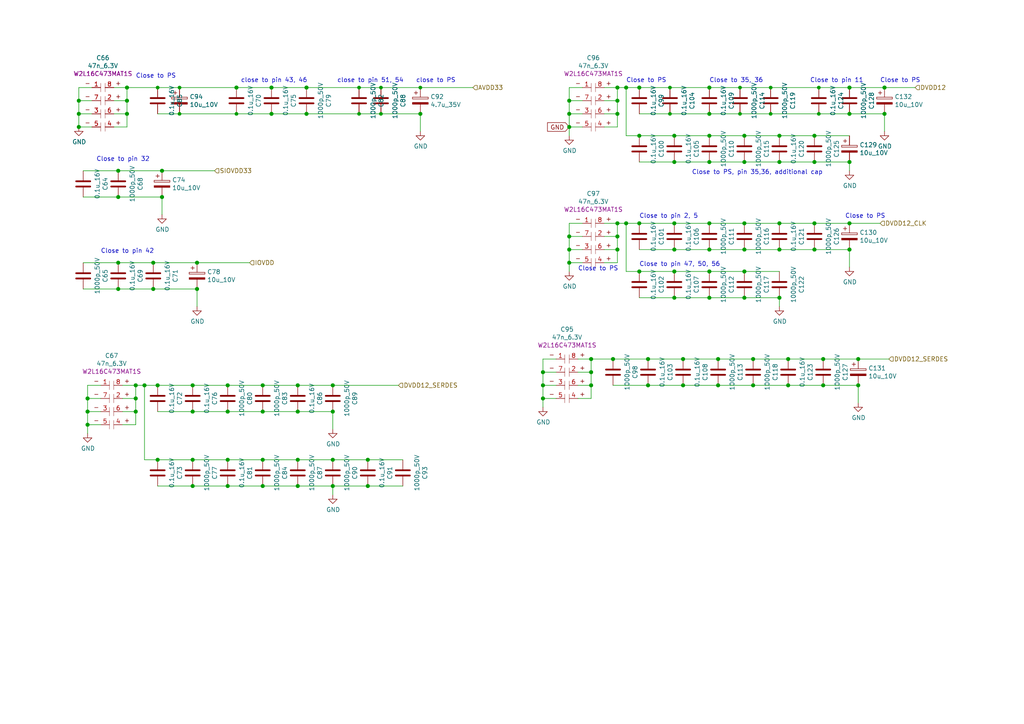
<source format=kicad_sch>
(kicad_sch (version 20230121) (generator eeschema)
  (paper "A4")
  (junction (at 226.06 46.99) (diameter 1.016))
  (junction (at 110.49 25.4))
  (junction (at 195.58 86.36) (diameter 1.016))
  (junction (at 205.74 86.36) (diameter 1.016))
  (junction (at 256.54 25.4) (diameter 1.016))
  (junction (at 55.88 119.38) (diameter 1.016))
  (junction (at 215.9 86.36) (diameter 1.016))
  (junction (at 22.86 29.21) (diameter 1.016))
  (junction (at 228.6 111.76) (diameter 1.016))
  (junction (at 187.96 104.14) (diameter 1.016))
  (junction (at 22.86 33.02) (diameter 1.016))
  (junction (at 39.37 111.76) (diameter 1.016))
  (junction (at 226.06 86.36) (diameter 1.016))
  (junction (at 208.28 111.76) (diameter 1.016))
  (junction (at 25.4 123.19) (diameter 1.016))
  (junction (at 256.54 33.02) (diameter 1.016))
  (junction (at 179.07 68.58) (diameter 1.016))
  (junction (at 68.58 33.02))
  (junction (at 76.2 119.38) (diameter 1.016))
  (junction (at 44.45 76.2) (diameter 1.016))
  (junction (at 46.99 57.15) (diameter 1.016))
  (junction (at 34.29 49.53) (diameter 1.016))
  (junction (at 223.52 33.02))
  (junction (at 165.1 33.02) (diameter 1.016))
  (junction (at 52.07 33.02))
  (junction (at 41.91 111.76) (diameter 1.016))
  (junction (at 78.74 33.02) (diameter 1.016))
  (junction (at 55.88 133.35) (diameter 1.016))
  (junction (at 238.76 111.76) (diameter 1.016))
  (junction (at 45.72 133.35) (diameter 1.016))
  (junction (at 228.6 104.14) (diameter 1.016))
  (junction (at 96.52 119.38) (diameter 1.016))
  (junction (at 195.58 46.99) (diameter 1.016))
  (junction (at 195.58 39.37) (diameter 1.016))
  (junction (at 165.1 36.83) (diameter 1.016))
  (junction (at 165.1 29.21) (diameter 1.016))
  (junction (at 248.92 104.14) (diameter 1.016))
  (junction (at 86.36 140.97) (diameter 1.016))
  (junction (at 198.12 104.14) (diameter 1.016))
  (junction (at 157.48 115.57) (diameter 1.016))
  (junction (at 236.22 46.99) (diameter 1.016))
  (junction (at 185.42 39.37) (diameter 1.016))
  (junction (at 66.04 140.97) (diameter 1.016))
  (junction (at 223.52 25.4))
  (junction (at 215.9 72.39) (diameter 1.016))
  (junction (at 88.9 25.4) (diameter 1.016))
  (junction (at 165.1 72.39) (diameter 1.016))
  (junction (at 34.29 76.2) (diameter 1.016))
  (junction (at 237.49 33.02))
  (junction (at 76.2 133.35) (diameter 1.016))
  (junction (at 45.72 25.4))
  (junction (at 46.99 49.53) (diameter 1.016))
  (junction (at 36.83 33.02) (diameter 1.016))
  (junction (at 157.48 111.76) (diameter 1.016))
  (junction (at 52.07 25.4))
  (junction (at 36.83 29.21) (diameter 1.016))
  (junction (at 121.92 33.02) (diameter 1.016))
  (junction (at 96.52 111.76) (diameter 1.016))
  (junction (at 88.9 33.02) (diameter 1.016))
  (junction (at 121.92 25.4))
  (junction (at 218.44 104.14) (diameter 1.016))
  (junction (at 165.1 76.2) (diameter 1.016))
  (junction (at 185.42 25.4) (diameter 1.016))
  (junction (at 215.9 64.77) (diameter 1.016))
  (junction (at 39.37 115.57) (diameter 1.016))
  (junction (at 76.2 140.97) (diameter 1.016))
  (junction (at 106.68 140.97) (diameter 1.016))
  (junction (at 68.58 25.4) (diameter 1.016))
  (junction (at 185.42 64.77) (diameter 1.016))
  (junction (at 246.38 46.99) (diameter 1.016))
  (junction (at 246.38 64.77) (diameter 1.016))
  (junction (at 238.76 104.14) (diameter 1.016))
  (junction (at 205.74 64.77) (diameter 1.016))
  (junction (at 246.38 33.02) (diameter 1.016))
  (junction (at 205.74 33.02) (diameter 1.016))
  (junction (at 57.15 76.2) (diameter 1.016))
  (junction (at 205.74 72.39) (diameter 1.016))
  (junction (at 55.88 140.97) (diameter 1.016))
  (junction (at 34.29 83.82) (diameter 1.016))
  (junction (at 57.15 83.82) (diameter 1.016))
  (junction (at 104.14 25.4))
  (junction (at 214.63 33.02))
  (junction (at 179.07 29.21) (diameter 1.016))
  (junction (at 218.44 111.76) (diameter 1.016))
  (junction (at 110.49 33.02))
  (junction (at 86.36 119.38) (diameter 1.016))
  (junction (at 171.45 111.76) (diameter 1.016))
  (junction (at 237.49 25.4))
  (junction (at 246.38 25.4) (diameter 1.016))
  (junction (at 44.45 83.82) (diameter 1.016))
  (junction (at 236.22 64.77) (diameter 1.016))
  (junction (at 226.06 39.37) (diameter 1.016))
  (junction (at 205.74 46.99) (diameter 1.016))
  (junction (at 181.61 64.77) (diameter 1.016))
  (junction (at 22.86 36.83) (diameter 1.016))
  (junction (at 179.07 33.02) (diameter 1.016))
  (junction (at 34.29 57.15) (diameter 1.016))
  (junction (at 198.12 111.76) (diameter 1.016))
  (junction (at 165.1 68.58) (diameter 1.016))
  (junction (at 66.04 133.35) (diameter 1.016))
  (junction (at 215.9 78.74) (diameter 1.016))
  (junction (at 246.38 72.39) (diameter 1.016))
  (junction (at 205.74 78.74) (diameter 1.016))
  (junction (at 194.31 25.4))
  (junction (at 205.74 39.37) (diameter 1.016))
  (junction (at 179.07 64.77) (diameter 1.016))
  (junction (at 226.06 64.77) (diameter 1.016))
  (junction (at 179.07 25.4) (diameter 1.016))
  (junction (at 195.58 78.74) (diameter 1.016))
  (junction (at 157.48 107.95) (diameter 1.016))
  (junction (at 194.31 33.02))
  (junction (at 226.06 72.39) (diameter 1.016))
  (junction (at 171.45 104.14) (diameter 1.016))
  (junction (at 215.9 46.99) (diameter 1.016))
  (junction (at 66.04 111.76) (diameter 1.016))
  (junction (at 66.04 119.38) (diameter 1.016))
  (junction (at 45.72 111.76) (diameter 1.016))
  (junction (at 195.58 72.39) (diameter 1.016))
  (junction (at 187.96 111.76) (diameter 1.016))
  (junction (at 36.83 25.4) (diameter 1.016))
  (junction (at 205.74 25.4) (diameter 1.016))
  (junction (at 96.52 133.35) (diameter 1.016))
  (junction (at 181.61 25.4) (diameter 1.016))
  (junction (at 39.37 119.38) (diameter 1.016))
  (junction (at 195.58 64.77) (diameter 1.016))
  (junction (at 215.9 39.37) (diameter 1.016))
  (junction (at 25.4 119.38) (diameter 1.016))
  (junction (at 78.74 25.4) (diameter 1.016))
  (junction (at 179.07 72.39) (diameter 1.016))
  (junction (at 236.22 72.39) (diameter 1.016))
  (junction (at 25.4 115.57) (diameter 1.016))
  (junction (at 104.14 33.02))
  (junction (at 55.88 111.76) (diameter 1.016))
  (junction (at 96.52 140.97) (diameter 1.016))
  (junction (at 177.8 104.14) (diameter 1.016))
  (junction (at 185.42 78.74) (diameter 1.016))
  (junction (at 248.92 111.76) (diameter 1.016))
  (junction (at 106.68 133.35) (diameter 1.016))
  (junction (at 236.22 39.37) (diameter 1.016))
  (junction (at 208.28 104.14) (diameter 1.016))
  (junction (at 86.36 111.76) (diameter 1.016))
  (junction (at 86.36 133.35) (diameter 1.016))
  (junction (at 76.2 111.76) (diameter 1.016))
  (junction (at 214.63 25.4))
  (junction (at 171.45 107.95) (diameter 1.016))
  (wire (pts (xy 55.88 119.38) (xy 66.04 119.38)))
  (wire (pts (xy 179.07 29.21) (xy 179.07 25.4)))
  (wire (pts (xy 106.68 140.97) (xy 116.84 140.97)))
  (wire (pts (xy 45.72 25.4) (xy 52.07 25.4)))
  (wire (pts (xy 185.42 78.74) (xy 195.58 78.74)))
  (wire (pts (xy 25.4 123.19) (xy 25.4 125.73)))
  (wire (pts (xy 55.88 133.35) (xy 66.04 133.35)))
  (wire (pts (xy 165.1 72.39) (xy 168.91 72.39)))
  (wire (pts (xy 24.13 57.15) (xy 34.29 57.15)))
  (wire (pts (xy 167.64 104.14) (xy 171.45 104.14)))
  (wire (pts (xy 36.83 29.21) (xy 36.83 25.4)))
  (wire (pts (xy 175.26 33.02) (xy 179.07 33.02)))
  (wire (pts (xy 171.45 111.76) (xy 171.45 107.95)))
  (wire (pts (xy 78.74 33.02) (xy 88.9 33.02)))
  (wire (pts (xy 195.58 39.37) (xy 205.74 39.37)))
  (wire (pts (xy 39.37 111.76) (xy 41.91 111.76)))
  (wire (pts (xy 256.54 33.02) (xy 256.54 38.1)))
  (wire (pts (xy 181.61 25.4) (xy 185.42 25.4)))
  (wire (pts (xy 246.38 72.39) (xy 246.38 77.47)))
  (wire (pts (xy 34.29 57.15) (xy 46.99 57.15)))
  (wire (pts (xy 76.2 140.97) (xy 86.36 140.97)))
  (wire (pts (xy 110.49 33.02) (xy 121.92 33.02)))
  (wire (pts (xy 110.49 25.4) (xy 121.92 25.4)))
  (wire (pts (xy 236.22 64.77) (xy 246.38 64.77)))
  (wire (pts (xy 246.38 33.02) (xy 256.54 33.02)))
  (wire (pts (xy 248.92 104.14) (xy 257.81 104.14)))
  (wire (pts (xy 205.74 72.39) (xy 215.9 72.39)))
  (wire (pts (xy 205.74 78.74) (xy 215.9 78.74)))
  (wire (pts (xy 205.74 46.99) (xy 215.9 46.99)))
  (wire (pts (xy 45.72 133.35) (xy 55.88 133.35)))
  (wire (pts (xy 68.58 25.4) (xy 78.74 25.4)))
  (wire (pts (xy 205.74 33.02) (xy 214.63 33.02)))
  (wire (pts (xy 161.29 104.14) (xy 157.48 104.14)))
  (wire (pts (xy 215.9 64.77) (xy 226.06 64.77)))
  (wire (pts (xy 194.31 25.4) (xy 205.74 25.4)))
  (wire (pts (xy 236.22 46.99) (xy 246.38 46.99)))
  (wire (pts (xy 226.06 46.99) (xy 236.22 46.99)))
  (wire (pts (xy 168.91 25.4) (xy 165.1 25.4)))
  (wire (pts (xy 165.1 76.2) (xy 168.91 76.2)))
  (wire (pts (xy 185.42 46.99) (xy 195.58 46.99)))
  (wire (pts (xy 44.45 76.2) (xy 57.15 76.2)))
  (wire (pts (xy 76.2 133.35) (xy 86.36 133.35)))
  (wire (pts (xy 181.61 25.4) (xy 181.61 39.37)))
  (wire (pts (xy 33.02 36.83) (xy 36.83 36.83)))
  (wire (pts (xy 33.02 29.21) (xy 36.83 29.21)))
  (wire (pts (xy 215.9 72.39) (xy 226.06 72.39)))
  (wire (pts (xy 36.83 36.83) (xy 36.83 33.02)))
  (wire (pts (xy 171.45 104.14) (xy 177.8 104.14)))
  (wire (pts (xy 25.4 123.19) (xy 29.21 123.19)))
  (wire (pts (xy 34.29 83.82) (xy 44.45 83.82)))
  (wire (pts (xy 45.72 111.76) (xy 55.88 111.76)))
  (wire (pts (xy 237.49 25.4) (xy 246.38 25.4)))
  (wire (pts (xy 167.64 111.76) (xy 171.45 111.76)))
  (wire (pts (xy 223.52 25.4) (xy 237.49 25.4)))
  (wire (pts (xy 226.06 72.39) (xy 236.22 72.39)))
  (wire (pts (xy 22.86 29.21) (xy 26.67 29.21)))
  (wire (pts (xy 157.48 115.57) (xy 157.48 118.11)))
  (wire (pts (xy 185.42 78.74) (xy 181.61 78.74)))
  (wire (pts (xy 246.38 64.77) (xy 255.27 64.77)))
  (wire (pts (xy 35.56 123.19) (xy 39.37 123.19)))
  (wire (pts (xy 76.2 119.38) (xy 86.36 119.38)))
  (wire (pts (xy 78.74 25.4) (xy 88.9 25.4)))
  (wire (pts (xy 175.26 72.39) (xy 179.07 72.39)))
  (wire (pts (xy 185.42 25.4) (xy 194.31 25.4)))
  (wire (pts (xy 22.86 29.21) (xy 22.86 33.02)))
  (wire (pts (xy 68.58 33.02) (xy 78.74 33.02)))
  (wire (pts (xy 57.15 83.82) (xy 57.15 88.9)))
  (wire (pts (xy 44.45 83.82) (xy 57.15 83.82)))
  (wire (pts (xy 238.76 104.14) (xy 248.92 104.14)))
  (wire (pts (xy 194.31 33.02) (xy 205.74 33.02)))
  (wire (pts (xy 36.83 25.4) (xy 45.72 25.4)))
  (wire (pts (xy 218.44 104.14) (xy 228.6 104.14)))
  (wire (pts (xy 33.02 33.02) (xy 36.83 33.02)))
  (wire (pts (xy 86.36 133.35) (xy 96.52 133.35)))
  (wire (pts (xy 226.06 39.37) (xy 236.22 39.37)))
  (wire (pts (xy 179.07 72.39) (xy 179.07 68.58)))
  (wire (pts (xy 39.37 115.57) (xy 39.37 111.76)))
  (wire (pts (xy 52.07 25.4) (xy 68.58 25.4)))
  (wire (pts (xy 175.26 29.21) (xy 179.07 29.21)))
  (wire (pts (xy 215.9 78.74) (xy 226.06 78.74)))
  (wire (pts (xy 175.26 64.77) (xy 179.07 64.77)))
  (wire (pts (xy 34.29 49.53) (xy 46.99 49.53)))
  (wire (pts (xy 226.06 86.36) (xy 226.06 88.9)))
  (wire (pts (xy 185.42 64.77) (xy 195.58 64.77)))
  (wire (pts (xy 185.42 86.36) (xy 195.58 86.36)))
  (wire (pts (xy 195.58 46.99) (xy 205.74 46.99)))
  (wire (pts (xy 205.74 39.37) (xy 215.9 39.37)))
  (wire (pts (xy 104.14 25.4) (xy 110.49 25.4)))
  (wire (pts (xy 195.58 78.74) (xy 205.74 78.74)))
  (wire (pts (xy 26.67 25.4) (xy 22.86 25.4)))
  (wire (pts (xy 208.28 111.76) (xy 218.44 111.76)))
  (wire (pts (xy 179.07 64.77) (xy 181.61 64.77)))
  (wire (pts (xy 214.63 25.4) (xy 223.52 25.4)))
  (wire (pts (xy 198.12 111.76) (xy 208.28 111.76)))
  (wire (pts (xy 215.9 46.99) (xy 226.06 46.99)))
  (wire (pts (xy 165.1 68.58) (xy 168.91 68.58)))
  (wire (pts (xy 34.29 76.2) (xy 44.45 76.2)))
  (wire (pts (xy 237.49 33.02) (xy 246.38 33.02)))
  (wire (pts (xy 171.45 115.57) (xy 171.45 111.76)))
  (wire (pts (xy 66.04 111.76) (xy 76.2 111.76)))
  (wire (pts (xy 167.64 115.57) (xy 171.45 115.57)))
  (wire (pts (xy 218.44 111.76) (xy 228.6 111.76)))
  (wire (pts (xy 35.56 119.38) (xy 39.37 119.38)))
  (wire (pts (xy 45.72 119.38) (xy 55.88 119.38)))
  (wire (pts (xy 185.42 33.02) (xy 194.31 33.02)))
  (wire (pts (xy 22.86 33.02) (xy 22.86 36.83)))
  (wire (pts (xy 52.07 33.02) (xy 68.58 33.02)))
  (wire (pts (xy 96.52 140.97) (xy 96.52 143.51)))
  (wire (pts (xy 185.42 39.37) (xy 195.58 39.37)))
  (wire (pts (xy 167.64 107.95) (xy 171.45 107.95)))
  (wire (pts (xy 179.07 36.83) (xy 179.07 33.02)))
  (wire (pts (xy 165.1 29.21) (xy 165.1 33.02)))
  (wire (pts (xy 165.1 36.83) (xy 165.1 39.37)))
  (wire (pts (xy 39.37 123.19) (xy 39.37 119.38)))
  (wire (pts (xy 157.48 115.57) (xy 161.29 115.57)))
  (wire (pts (xy 181.61 64.77) (xy 185.42 64.77)))
  (wire (pts (xy 165.1 68.58) (xy 165.1 72.39)))
  (wire (pts (xy 175.26 25.4) (xy 179.07 25.4)))
  (wire (pts (xy 175.26 68.58) (xy 179.07 68.58)))
  (wire (pts (xy 179.07 25.4) (xy 181.61 25.4)))
  (wire (pts (xy 168.91 64.77) (xy 165.1 64.77)))
  (wire (pts (xy 24.13 83.82) (xy 34.29 83.82)))
  (wire (pts (xy 96.52 133.35) (xy 106.68 133.35)))
  (wire (pts (xy 121.92 33.02) (xy 121.92 38.1)))
  (wire (pts (xy 88.9 33.02) (xy 104.14 33.02)))
  (wire (pts (xy 45.72 133.35) (xy 41.91 133.35)))
  (wire (pts (xy 226.06 64.77) (xy 236.22 64.77)))
  (wire (pts (xy 36.83 33.02) (xy 36.83 29.21)))
  (wire (pts (xy 238.76 111.76) (xy 248.92 111.76)))
  (wire (pts (xy 55.88 111.76) (xy 66.04 111.76)))
  (wire (pts (xy 205.74 25.4) (xy 214.63 25.4)))
  (wire (pts (xy 165.1 29.21) (xy 168.91 29.21)))
  (wire (pts (xy 46.99 49.53) (xy 62.23 49.53)))
  (wire (pts (xy 22.86 36.83) (xy 26.67 36.83)))
  (wire (pts (xy 25.4 119.38) (xy 29.21 119.38)))
  (wire (pts (xy 228.6 111.76) (xy 238.76 111.76)))
  (wire (pts (xy 86.36 119.38) (xy 96.52 119.38)))
  (wire (pts (xy 76.2 111.76) (xy 86.36 111.76)))
  (wire (pts (xy 179.07 33.02) (xy 179.07 29.21)))
  (wire (pts (xy 25.4 111.76) (xy 25.4 115.57)))
  (wire (pts (xy 24.13 76.2) (xy 34.29 76.2)))
  (wire (pts (xy 215.9 86.36) (xy 226.06 86.36)))
  (wire (pts (xy 86.36 140.97) (xy 96.52 140.97)))
  (wire (pts (xy 236.22 39.37) (xy 246.38 39.37)))
  (wire (pts (xy 55.88 140.97) (xy 66.04 140.97)))
  (wire (pts (xy 96.52 119.38) (xy 96.52 124.46)))
  (wire (pts (xy 86.36 111.76) (xy 96.52 111.76)))
  (wire (pts (xy 236.22 72.39) (xy 246.38 72.39)))
  (wire (pts (xy 25.4 119.38) (xy 25.4 123.19)))
  (wire (pts (xy 165.1 72.39) (xy 165.1 76.2)))
  (wire (pts (xy 96.52 140.97) (xy 106.68 140.97)))
  (wire (pts (xy 205.74 86.36) (xy 215.9 86.36)))
  (wire (pts (xy 195.58 86.36) (xy 205.74 86.36)))
  (wire (pts (xy 157.48 107.95) (xy 161.29 107.95)))
  (wire (pts (xy 121.92 25.4) (xy 137.16 25.4)))
  (wire (pts (xy 248.92 111.76) (xy 248.92 116.84)))
  (wire (pts (xy 35.56 111.76) (xy 39.37 111.76)))
  (wire (pts (xy 45.72 33.02) (xy 52.07 33.02)))
  (wire (pts (xy 198.12 104.14) (xy 208.28 104.14)))
  (wire (pts (xy 24.13 49.53) (xy 34.29 49.53)))
  (wire (pts (xy 39.37 119.38) (xy 39.37 115.57)))
  (wire (pts (xy 223.52 33.02) (xy 237.49 33.02)))
  (wire (pts (xy 57.15 76.2) (xy 72.39 76.2)))
  (wire (pts (xy 195.58 64.77) (xy 205.74 64.77)))
  (wire (pts (xy 22.86 25.4) (xy 22.86 29.21)))
  (wire (pts (xy 187.96 111.76) (xy 198.12 111.76)))
  (wire (pts (xy 185.42 39.37) (xy 181.61 39.37)))
  (wire (pts (xy 46.99 57.15) (xy 46.99 62.23)))
  (wire (pts (xy 175.26 76.2) (xy 179.07 76.2)))
  (wire (pts (xy 171.45 107.95) (xy 171.45 104.14)))
  (wire (pts (xy 106.68 133.35) (xy 116.84 133.35)))
  (wire (pts (xy 104.14 33.02) (xy 110.49 33.02)))
  (wire (pts (xy 22.86 33.02) (xy 26.67 33.02)))
  (wire (pts (xy 179.07 68.58) (xy 179.07 64.77)))
  (wire (pts (xy 35.56 115.57) (xy 39.37 115.57)))
  (wire (pts (xy 165.1 33.02) (xy 168.91 33.02)))
  (wire (pts (xy 165.1 76.2) (xy 165.1 78.74)))
  (wire (pts (xy 246.38 25.4) (xy 256.54 25.4)))
  (wire (pts (xy 41.91 111.76) (xy 41.91 133.35)))
  (wire (pts (xy 215.9 39.37) (xy 226.06 39.37)))
  (wire (pts (xy 165.1 25.4) (xy 165.1 29.21)))
  (wire (pts (xy 256.54 25.4) (xy 265.43 25.4)))
  (wire (pts (xy 165.1 64.77) (xy 165.1 68.58)))
  (wire (pts (xy 177.8 111.76) (xy 187.96 111.76)))
  (wire (pts (xy 175.26 36.83) (xy 179.07 36.83)))
  (wire (pts (xy 181.61 64.77) (xy 181.61 78.74)))
  (wire (pts (xy 187.96 104.14) (xy 198.12 104.14)))
  (wire (pts (xy 177.8 104.14) (xy 187.96 104.14)))
  (wire (pts (xy 41.91 111.76) (xy 45.72 111.76)))
  (wire (pts (xy 157.48 104.14) (xy 157.48 107.95)))
  (wire (pts (xy 228.6 104.14) (xy 238.76 104.14)))
  (wire (pts (xy 29.21 111.76) (xy 25.4 111.76)))
  (wire (pts (xy 88.9 25.4) (xy 104.14 25.4)))
  (wire (pts (xy 195.58 72.39) (xy 205.74 72.39)))
  (wire (pts (xy 25.4 115.57) (xy 29.21 115.57)))
  (wire (pts (xy 214.63 33.02) (xy 223.52 33.02)))
  (wire (pts (xy 96.52 111.76) (xy 115.57 111.76)))
  (wire (pts (xy 205.74 64.77) (xy 215.9 64.77)))
  (wire (pts (xy 157.48 111.76) (xy 161.29 111.76)))
  (wire (pts (xy 157.48 111.76) (xy 157.48 115.57)))
  (wire (pts (xy 25.4 115.57) (xy 25.4 119.38)))
  (wire (pts (xy 165.1 36.83) (xy 168.91 36.83)))
  (wire (pts (xy 33.02 25.4) (xy 36.83 25.4)))
  (wire (pts (xy 179.07 76.2) (xy 179.07 72.39)))
  (wire (pts (xy 208.28 104.14) (xy 218.44 104.14)))
  (wire (pts (xy 66.04 140.97) (xy 76.2 140.97)))
  (wire (pts (xy 45.72 140.97) (xy 55.88 140.97)))
  (wire (pts (xy 66.04 119.38) (xy 76.2 119.38)))
  (wire (pts (xy 185.42 72.39) (xy 195.58 72.39)))
  (wire (pts (xy 246.38 46.99) (xy 246.38 49.53)))
  (wire (pts (xy 66.04 133.35) (xy 76.2 133.35)))
  (wire (pts (xy 157.48 107.95) (xy 157.48 111.76)))
  (wire (pts (xy 165.1 33.02) (xy 165.1 36.83)))
  (text "close to pin 43, 46" (at 69.85 24.13 0) (effects (font (size 1.27 1.27)) (justify left bottom)))
  (text "Close to 35, 36" (at 205.74 24.13 0) (effects (font (size 1.27 1.27)) (justify left bottom)))
  (text "Close to PS" (at 245.11 63.5 0) (effects (font (size 1.27 1.27)) (justify left bottom)))
  (text "Close to PS" (at 167.64 78.74 0) (effects (font (size 1.27 1.27)) (justify left bottom)))
  (text "Close to PS" (at 39.37 22.86 0) (effects (font (size 1.27 1.27)) (justify left bottom)))
  (text "Close to pin 47, 50, 56" (at 185.42 77.47 0) (effects (font (size 1.27 1.27)) (justify left bottom)))
  (text "close to PS" (at 120.65 24.13 0) (effects (font (size 1.27 1.27)) (justify left bottom)))
  (text "Close to PS" (at 255.27 24.13 0) (effects (font (size 1.27 1.27)) (justify left bottom)))
  (text "Close to PS" (at 181.61 24.13 0) (effects (font (size 1.27 1.27)) (justify left bottom)))
  (text "close to pin 51, 54" (at 97.79 24.13 0) (effects (font (size 1.27 1.27)) (justify left bottom)))
  (text "Close to pin 2, 5" (at 185.42 63.5 0) (effects (font (size 1.27 1.27)) (justify left bottom)))
  (text "Close to PS, pin 35,36, additional cap" (at 200.66 50.8 0) (effects (font (size 1.27 1.27)) (justify left bottom)))
  (text "Close to pin 11" (at 234.95 24.13 0) (effects (font (size 1.27 1.27)) (justify left bottom)))
  (text "Close to pin 42" (at 29.21 73.66 0) (effects (font (size 1.27 1.27)) (justify left bottom)))
  (text "Close to pin 32" (at 27.94 46.99 0) (effects (font (size 1.27 1.27)) (justify left bottom)))
  (global_label "GND" (shape input) (at 165.1 36.83 180) (property "Intersheetrefs" "${INTERSHEET_REFS}" (effects hide)))
  (hierarchical_label "IOVDD" (shape input) (at 72.39 76.2 0))
  (hierarchical_label "DVDD12_SERDES" (shape input) (at 115.57 111.76 0))
  (hierarchical_label "DVDD12" (shape input) (at 265.43 25.4 0))
  (hierarchical_label "DVDD12_CLK" (shape input) (at 255.27 64.77 0))
  (hierarchical_label "AVDD33" (shape input) (at 137.16 25.4 0))
  (hierarchical_label "SIOVDD33" (shape input) (at 62.23 49.53 0))
  (hierarchical_label "DVDD12_SERDES" (shape input) (at 257.81 104.14 0))
  (symbol (lib_id "head-rescue:C-Device") (at 223.52 29.21 180) (unit 1)
    (property "Reference" "C119" (at 229.9208 29.21 90))
    (property "Value" "1000p_50V" (at 227.6094 29.21 90))
    (property "Footprint" "Capacitor_SMD:C_0603_1608Metric" (effects hide))
    (property "Datasheet" "https://www.mouser.fr/ProductDetail/KEMET/C0603X102K5RECTU/?qs=Mv7BduZupUjer42AFrukdQ%3D%3D" (effects hide))
    (property "Part" "C0603X102K5RECTU " (effects hide))
    (property "Unitprice" "0,236 " (effects hide))
    (property "Description" "Multilayer Ceramic Capacitors MLCC - SMD/SMT 50V 1000pF X7R 0603 10% Flex Soft " (effects hide))
    (property "Man" "KEMET " (effects hide))
    (property "Dis" "Mouser" (effects hide))
    (instances (project "coupling" (path "" (reference "C119") (unit 1))) (project "Bread" (path "" (reference "C120") (unit 1))) (project "Bread70" (path "" (reference "C111") (unit 1))))
  )
  (symbol (lib_id "Device:C_Polarized") (at 256.54 29.21 0) (unit 1)
    (property "Reference" "C132" (at 259.4611 28.0606 0) (effects (justify left)))
    (property "Value" "10u_10V" (at 259.4611 30.3593 0) (effects (justify left)))
    (property "Footprint" "Capacitor_Tantalum_SMD:CP_EIA-3216-18_Kemet-A" (effects hide))
    (property "Datasheet" "https://www.mouser.fr/ProductDetail/KEMET/T489A106K010ATA2K2?qs=ds50AKTGxA%2Fc9bL0zBpU2Q%3D%3D" (effects hide))
    (property "Part" "T489A106K010ATA2K2 " (effects hide))
    (property "Unitprice" "0,761" (effects hide))
    (property "Description" "Tantalum Capacitors - Solid SMD 10V 10uF 1206 10% " (effects hide))
    (property "Man" "KEMET " (effects hide))
    (property "Dis" "Mouser" (effects hide))
    (instances (project "coupling" (path "" (reference "C132") (unit 1))) (project "Bread" (path "" (reference "C137") (unit 1))) (project "Bread70" (path "" (reference "C124") (unit 1))))
  )
  (symbol (lib_id "New_Library:47n6.3V") (at 165.1 104.14 0) (unit 1)
    (property "Reference" "C95" (at 164.465 95.5341 0))
    (property "Value" "47n_6.3V" (at 164.465 97.8328 0))
    (property "Footprint" "VQ_footprints:C_SMD_Arrayx4_0508" (effects hide))
    (property "Datasheet" "https://www.mouser.fr/ProductDetail/AVX/W2L16C473MAT1S/?qs=%2Fha2pyFaduh6G9Nm3v9L3sxDKiyvETH%252BlZJficm4N92hzXgt5fGqxg%3D%3D" (effects hide))
    (property "Part" "W2L16C473MAT1S" (at 164.465 100.1315 0))
    (property "Unitprice" "1,14" (effects hide))
    (property "Description" "CAP CER 0.047UF 6.3V X7R 0508" (effects hide))
    (property "Man" "KYOCERA AVX" (effects hide))
    (property "Dis" "Digikey" (effects hide))
    (instances (project "coupling" (path "" (reference "C95") (unit 1))) (project "Bread" (path "" (reference "C96") (unit 1))) (project "Bread70" (path "" (reference "C87") (unit 1))))
  )
  (symbol (lib_id "head-rescue:C-Device") (at 205.74 29.21 180) (unit 1)
    (property "Reference" "C109" (at 212.1408 29.21 90))
    (property "Value" "0.1u_16V" (at 209.8294 29.21 90))
    (property "Footprint" "Capacitor_SMD:C_0603_1608Metric" (effects hide))
    (property "Datasheet" "https://www.mouser.fr/ProductDetail/TAIYO-YUDEN/EMF107B7104KAHT?qs=%252B6g0mu59x7JS5TRg8GVKAA%3D%3D" (effects hide))
    (property "Part" "EMF107B7104KAHT " (effects hide))
    (property "Unitprice" "0.169" (effects hide))
    (property "Description" "Multilayer Ceramic Capacitors MLCC - SMD/SMT 0603 16VDC 0.1uF 10% X7R AEC-Q200 " (effects hide))
    (property "Man" "Taiyo Yuden " (effects hide))
    (property "Dis" "Mouser" (effects hide))
    (instances (project "coupling" (path "" (reference "C109") (unit 1))) (project "Bread" (path "" (reference "C110") (unit 1))) (project "Bread70" (path "" (reference "C101") (unit 1))))
  )
  (symbol (lib_id "Device:C_Polarized") (at 52.07 29.21 0) (unit 1)
    (property "Reference" "C94" (at 54.9911 28.0606 0) (effects (justify left)))
    (property "Value" "10u_10V" (at 54.9911 30.3593 0) (effects (justify left)))
    (property "Footprint" "Capacitor_Tantalum_SMD:CP_EIA-3216-18_Kemet-A" (effects hide))
    (property "Datasheet" "https://www.mouser.fr/ProductDetail/KEMET/T489A106K010ATA2K2?qs=ds50AKTGxA%2Fc9bL0zBpU2Q%3D%3D" (effects hide))
    (property "Part" "T489A106K010ATA2K2 " (effects hide))
    (property "Unitprice" "0,761" (effects hide))
    (property "Description" "Tantalum Capacitors - Solid SMD 10V 10uF 1206 10% " (effects hide))
    (property "Man" "KEMET " (effects hide))
    (property "Dis" "Mouser" (effects hide))
    (instances (project "coupling" (path "" (reference "C94") (unit 1))) (project "Bread" (path "" (reference "C95") (unit 1))) (project "Bread70" (path "" (reference "C86") (unit 1))))
  )
  (symbol (lib_id "head-rescue:C-Device") (at 185.42 43.18 180) (unit 1)
    (property "Reference" "C100" (at 191.8208 43.18 90))
    (property "Value" "0.1u_16V" (at 189.5094 43.18 90))
    (property "Footprint" "Capacitor_SMD:C_0603_1608Metric" (effects hide))
    (property "Datasheet" "https://www.mouser.fr/ProductDetail/TAIYO-YUDEN/EMF107B7104KAHT?qs=%252B6g0mu59x7JS5TRg8GVKAA%3D%3D" (effects hide))
    (property "Part" "EMF107B7104KAHT " (effects hide))
    (property "Unitprice" "0.169" (effects hide))
    (property "Description" "Multilayer Ceramic Capacitors MLCC - SMD/SMT 0603 16VDC 0.1uF 10% X7R AEC-Q200 " (effects hide))
    (property "Man" "Taiyo Yuden " (effects hide))
    (property "Dis" "Mouser" (effects hide))
    (instances (project "coupling" (path "" (reference "C100") (unit 1))) (project "Bread" (path "" (reference "C101") (unit 1))) (project "Bread70" (path "" (reference "C92") (unit 1))))
  )
  (symbol (lib_id "Device:C_Polarized") (at 246.38 68.58 0) (unit 1)
    (property "Reference" "C130" (at 249.3011 67.4306 0) (effects (justify left)))
    (property "Value" "10u_10V" (at 249.3011 69.7293 0) (effects (justify left)))
    (property "Footprint" "Capacitor_Tantalum_SMD:CP_EIA-3216-18_Kemet-A" (effects hide))
    (property "Datasheet" "https://www.mouser.fr/ProductDetail/KEMET/T489A106K010ATA2K2?qs=ds50AKTGxA%2Fc9bL0zBpU2Q%3D%3D" (effects hide))
    (property "Part" "T489A106K010ATA2K2 " (effects hide))
    (property "Unitprice" "0,761" (effects hide))
    (property "Description" "Tantalum Capacitors - Solid SMD 10V 10uF 1206 10% " (effects hide))
    (property "Man" "KEMET " (effects hide))
    (property "Dis" "Mouser" (effects hide))
    (instances (project "coupling" (path "" (reference "C130") (unit 1))) (project "Bread" (path "" (reference "C131") (unit 1))) (project "Bread70" (path "" (reference "C122") (unit 1))))
  )
  (symbol (lib_id "head-rescue:C-Device") (at 214.63 29.21 180) (unit 1)
    (property "Reference" "C114" (at 221.0308 29.21 90))
    (property "Value" "1000p_50V" (at 218.7194 29.21 90))
    (property "Footprint" "Capacitor_SMD:C_0603_1608Metric" (effects hide))
    (property "Datasheet" "https://www.mouser.fr/ProductDetail/KEMET/C0603X102K5RECTU/?qs=Mv7BduZupUjer42AFrukdQ%3D%3D" (effects hide))
    (property "Part" "C0603X102K5RECTU " (effects hide))
    (property "Unitprice" "0,236 " (effects hide))
    (property "Description" "Multilayer Ceramic Capacitors MLCC - SMD/SMT 50V 1000pF X7R 0603 10% Flex Soft " (effects hide))
    (property "Man" "KEMET " (effects hide))
    (property "Dis" "Mouser" (effects hide))
    (instances (project "coupling" (path "" (reference "C114") (unit 1))) (project "Bread" (path "" (reference "C115") (unit 1))) (project "Bread70" (path "" (reference "C106") (unit 1))))
  )
  (symbol (lib_id "head-rescue:C-Device") (at 215.9 68.58 180) (unit 1)
    (property "Reference" "C116" (at 222.3008 68.58 90))
    (property "Value" "1000p_50V" (at 219.9894 68.58 90))
    (property "Footprint" "Capacitor_SMD:C_0603_1608Metric" (effects hide))
    (property "Datasheet" "https://www.mouser.fr/ProductDetail/KEMET/C0603X102K5RECTU/?qs=Mv7BduZupUjer42AFrukdQ%3D%3D" (effects hide))
    (property "Part" "C0603X102K5RECTU " (effects hide))
    (property "Unitprice" "0,236 " (effects hide))
    (property "Description" "Multilayer Ceramic Capacitors MLCC - SMD/SMT 50V 1000pF X7R 0603 10% Flex Soft " (effects hide))
    (property "Man" "KEMET " (effects hide))
    (property "Dis" "Mouser" (effects hide))
    (instances (project "coupling" (path "" (reference "C116") (unit 1))) (project "Bread" (path "" (reference "C117") (unit 1))) (project "Bread70" (path "" (reference "C108") (unit 1))))
  )
  (symbol (lib_id "head-rescue:C-Device") (at 78.74 29.21 180) (unit 1)
    (property "Reference" "C75" (at 85.1408 29.21 90))
    (property "Value" "0.1u_16V" (at 82.8294 29.21 90))
    (property "Footprint" "Capacitor_SMD:C_0603_1608Metric" (effects hide))
    (property "Datasheet" "https://www.mouser.fr/ProductDetail/TAIYO-YUDEN/EMF107B7104KAHT?qs=%252B6g0mu59x7JS5TRg8GVKAA%3D%3D" (effects hide))
    (property "Part" "EMF107B7104KAHT " (effects hide))
    (property "Unitprice" "0.169" (effects hide))
    (property "Description" "Multilayer Ceramic Capacitors MLCC - SMD/SMT 0603 16VDC 0.1uF 10% X7R AEC-Q200 " (effects hide))
    (property "Man" "Taiyo Yuden " (effects hide))
    (property "Dis" "Mouser" (effects hide))
    (instances (project "coupling" (path "" (reference "C75") (unit 1))) (project "Bread" (path "" (reference "C76") (unit 1))) (project "Bread70" (path "" (reference "C67") (unit 1))))
  )
  (symbol (lib_id "power:GND") (at 248.92 116.84 0) (unit 1)
    (property "Reference" "#PWR096" (effects hide))
    (property "Value" "GND" (at 249.0343 121.1644 0))
    (instances (project "coupling" (path "" (reference "#PWR096") (unit 1))) (project "Bread" (path "" (reference "#PWR096") (unit 1))) (project "Bread70" (path "" (reference "#PWR064") (unit 1))))
  )
  (symbol (lib_id "Device:C_Polarized") (at 121.92 29.21 0) (unit 1)
    (property "Reference" "C92" (at 124.8411 28.0606 0) (effects (justify left)))
    (property "Value" "4.7u_35V" (at 124.8411 30.3593 0) (effects (justify left)))
    (property "Footprint" "Capacitor_Tantalum_SMD:CP_EIA-3528-21_Kemet-B" (effects hide))
    (property "Datasheet" "https://www.mouser.fr/ProductDetail/KEMET/T495B475K035ATE1K0/?qs=sGAEpiMZZMsh%252B1woXyUXj8OdvtVVJ9immSBGZpcCGmY%3D" (effects hide))
    (property "Part" "T495B475K035ATE1K0 " (effects hide))
    (property "Unitprice" "0,945" (effects hide))
    (property "Description" "Tantalum Capacitors - Solid SMD 35V 4.7uF 1311 10% ESR=1ohms" (effects hide))
    (property "Man" "KEMET " (effects hide))
    (property "Dis" "Mouser" (effects hide))
    (instances (project "coupling" (path "" (reference "C92") (unit 1))) (project "Bread" (path "" (reference "C93") (unit 1))) (project "Bread70" (path "" (reference "C84") (unit 1))))
  )
  (symbol (lib_id "power:GND") (at 46.99 62.23 0) (unit 1)
    (property "Reference" "#PWR085" (effects hide))
    (property "Value" "GND" (at 47.1043 66.5544 0))
    (instances (project "coupling" (path "" (reference "#PWR085") (unit 1))) (project "Bread" (path "" (reference "#PWR085") (unit 1))) (project "Bread70" (path "" (reference "#PWR053") (unit 1))))
  )
  (symbol (lib_id "head-rescue:C-Device") (at 76.2 115.57 180) (unit 1)
    (property "Reference" "C83" (at 82.6008 115.57 90))
    (property "Value" "1000p_50V" (at 80.2894 115.57 90))
    (property "Footprint" "Capacitor_SMD:C_0603_1608Metric" (effects hide))
    (property "Datasheet" "https://www.mouser.fr/ProductDetail/KEMET/C0603X102K5RECTU/?qs=Mv7BduZupUjer42AFrukdQ%3D%3D" (effects hide))
    (property "Part" "C0603X102K5RECTU " (effects hide))
    (property "Unitprice" "0,236 " (effects hide))
    (property "Description" "Multilayer Ceramic Capacitors MLCC - SMD/SMT 50V 1000pF X7R 0603 10% Flex Soft " (effects hide))
    (property "Man" "KEMET " (effects hide))
    (property "Dis" "Mouser" (effects hide))
    (instances (project "coupling" (path "" (reference "C83") (unit 1))) (project "Bread" (path "" (reference "C84") (unit 1))) (project "Bread70" (path "" (reference "C75") (unit 1))))
  )
  (symbol (lib_id "head-rescue:C-Device") (at 68.58 29.21 180) (unit 1)
    (property "Reference" "C70" (at 74.9808 29.21 90))
    (property "Value" "0.1u_16V" (at 72.6694 29.21 90))
    (property "Footprint" "Capacitor_SMD:C_0603_1608Metric" (effects hide))
    (property "Datasheet" "https://www.mouser.fr/ProductDetail/TAIYO-YUDEN/EMF107B7104KAHT?qs=%252B6g0mu59x7JS5TRg8GVKAA%3D%3D" (effects hide))
    (property "Part" "EMF107B7104KAHT " (effects hide))
    (property "Unitprice" "0.169" (effects hide))
    (property "Description" "Multilayer Ceramic Capacitors MLCC - SMD/SMT 0603 16VDC 0.1uF 10% X7R AEC-Q200 " (effects hide))
    (property "Man" "Taiyo Yuden " (effects hide))
    (property "Dis" "Mouser" (effects hide))
    (instances (project "coupling" (path "" (reference "C70") (unit 1))) (project "Bread" (path "" (reference "C71") (unit 1))) (project "Bread70" (path "" (reference "C62") (unit 1))))
  )
  (symbol (lib_id "head-rescue:C-Device") (at 45.72 137.16 180) (unit 1)
    (property "Reference" "C73" (at 52.1208 137.16 90))
    (property "Value" "0.1u_16V" (at 49.8094 137.16 90))
    (property "Footprint" "Capacitor_SMD:C_0603_1608Metric" (effects hide))
    (property "Datasheet" "https://www.mouser.fr/ProductDetail/TAIYO-YUDEN/EMF107B7104KAHT?qs=%252B6g0mu59x7JS5TRg8GVKAA%3D%3D" (effects hide))
    (property "Part" "EMF107B7104KAHT " (effects hide))
    (property "Unitprice" "0.169" (effects hide))
    (property "Description" "Multilayer Ceramic Capacitors MLCC - SMD/SMT 0603 16VDC 0.1uF 10% X7R AEC-Q200 " (effects hide))
    (property "Man" "Taiyo Yuden " (effects hide))
    (property "Dis" "Mouser" (effects hide))
    (instances (project "coupling" (path "" (reference "C73") (unit 1))) (project "Bread" (path "" (reference "C74") (unit 1))) (project "Bread70" (path "" (reference "C65") (unit 1))))
  )
  (symbol (lib_id "head-rescue:C-Device") (at 96.52 137.16 180) (unit 1)
    (property "Reference" "C90" (at 102.9208 137.16 90))
    (property "Value" "1000p_50V" (at 100.6094 137.16 90))
    (property "Footprint" "Capacitor_SMD:C_0603_1608Metric" (effects hide))
    (property "Datasheet" "https://www.mouser.fr/ProductDetail/KEMET/C0603X102K5RECTU/?qs=Mv7BduZupUjer42AFrukdQ%3D%3D" (effects hide))
    (property "Part" "C0603X102K5RECTU " (effects hide))
    (property "Unitprice" "0,236 " (effects hide))
    (property "Description" "Multilayer Ceramic Capacitors MLCC - SMD/SMT 50V 1000pF X7R 0603 10% Flex Soft " (effects hide))
    (property "Man" "KEMET " (effects hide))
    (property "Dis" "Mouser" (effects hide))
    (instances (project "coupling" (path "" (reference "C90") (unit 1))) (project "Bread" (path "" (reference "C91") (unit 1))) (project "Bread70" (path "" (reference "C82") (unit 1))))
  )
  (symbol (lib_id "head-rescue:C-Device") (at 198.12 107.95 180) (unit 1)
    (property "Reference" "C108" (at 204.5208 107.95 90))
    (property "Value" "0.1u_16V" (at 202.2094 107.95 90))
    (property "Footprint" "Capacitor_SMD:C_0603_1608Metric" (effects hide))
    (property "Datasheet" "https://www.mouser.fr/ProductDetail/TAIYO-YUDEN/EMF107B7104KAHT?qs=%252B6g0mu59x7JS5TRg8GVKAA%3D%3D" (effects hide))
    (property "Part" "EMF107B7104KAHT " (effects hide))
    (property "Unitprice" "0.169" (effects hide))
    (property "Description" "Multilayer Ceramic Capacitors MLCC - SMD/SMT 0603 16VDC 0.1uF 10% X7R AEC-Q200 " (effects hide))
    (property "Man" "Taiyo Yuden " (effects hide))
    (property "Dis" "Mouser" (effects hide))
    (instances (project "coupling" (path "" (reference "C108") (unit 1))) (project "Bread" (path "" (reference "C109") (unit 1))) (project "Bread70" (path "" (reference "C100") (unit 1))))
  )
  (symbol (lib_id "Device:C_Polarized") (at 246.38 43.18 0) (unit 1)
    (property "Reference" "C129" (at 249.3011 42.0306 0) (effects (justify left)))
    (property "Value" "10u_10V" (at 249.3011 44.3293 0) (effects (justify left)))
    (property "Footprint" "Capacitor_Tantalum_SMD:CP_EIA-3216-18_Kemet-A" (effects hide))
    (property "Datasheet" "https://www.mouser.fr/ProductDetail/KEMET/T489A106K010ATA2K2?qs=ds50AKTGxA%2Fc9bL0zBpU2Q%3D%3D" (effects hide))
    (property "Part" "T489A106K010ATA2K2 " (effects hide))
    (property "Unitprice" "0,761" (effects hide))
    (property "Description" "Tantalum Capacitors - Solid SMD 10V 10uF 1206 10% " (effects hide))
    (property "Man" "KEMET " (effects hide))
    (property "Dis" "Mouser" (effects hide))
    (instances (project "coupling" (path "" (reference "C129") (unit 1))) (project "Bread" (path "" (reference "C130") (unit 1))) (project "Bread70" (path "" (reference "C121") (unit 1))))
  )
  (symbol (lib_id "head-rescue:C-Device") (at 238.76 107.95 180) (unit 1)
    (property "Reference" "C127" (at 245.1608 107.95 90))
    (property "Value" "1000p_50V" (at 242.8494 107.95 90))
    (property "Footprint" "Capacitor_SMD:C_0603_1608Metric" (effects hide))
    (property "Datasheet" "https://www.mouser.fr/ProductDetail/KEMET/C0603X102K5RECTU/?qs=Mv7BduZupUjer42AFrukdQ%3D%3D" (effects hide))
    (property "Part" "C0603X102K5RECTU " (effects hide))
    (property "Unitprice" "0,236 " (effects hide))
    (property "Description" "Multilayer Ceramic Capacitors MLCC - SMD/SMT 50V 1000pF X7R 0603 10% Flex Soft " (effects hide))
    (property "Man" "KEMET " (effects hide))
    (property "Dis" "Mouser" (effects hide))
    (instances (project "coupling" (path "" (reference "C127") (unit 1))) (project "Bread" (path "" (reference "C128") (unit 1))) (project "Bread70" (path "" (reference "C119") (unit 1))))
  )
  (symbol (lib_id "head-rescue:C-Device") (at 104.14 29.21 180) (unit 1)
    (property "Reference" "C82" (at 110.5408 29.21 90))
    (property "Value" "1000p_50V" (at 108.2294 29.21 90))
    (property "Footprint" "Capacitor_SMD:C_0603_1608Metric" (effects hide))
    (property "Datasheet" "https://www.mouser.fr/ProductDetail/KEMET/C0603X102K5RECTU/?qs=Mv7BduZupUjer42AFrukdQ%3D%3D" (effects hide))
    (property "Part" "C0603X102K5RECTU " (effects hide))
    (property "Unitprice" "0,236 " (effects hide))
    (property "Description" "Multilayer Ceramic Capacitors MLCC - SMD/SMT 50V 1000pF X7R 0603 10% Flex Soft " (effects hide))
    (property "Man" "KEMET " (effects hide))
    (property "Dis" "Mouser" (effects hide))
    (instances (project "coupling" (path "" (reference "C82") (unit 1))) (project "Bread" (path "" (reference "C83") (unit 1))) (project "Bread70" (path "" (reference "C74") (unit 1))))
  )
  (symbol (lib_id "power:GND") (at 96.52 143.51 0) (unit 1)
    (property "Reference" "#PWR088" (effects hide))
    (property "Value" "GND" (at 96.6343 147.8344 0))
    (instances (project "coupling" (path "" (reference "#PWR088") (unit 1))) (project "Bread" (path "" (reference "#PWR088") (unit 1))) (project "Bread70" (path "" (reference "#PWR056") (unit 1))))
  )
  (symbol (lib_id "head-rescue:C-Device") (at 187.96 107.95 180) (unit 1)
    (property "Reference" "C103" (at 194.3608 107.95 90))
    (property "Value" "0.1u_16V" (at 192.0494 107.95 90))
    (property "Footprint" "Capacitor_SMD:C_0603_1608Metric" (effects hide))
    (property "Datasheet" "https://www.mouser.fr/ProductDetail/TAIYO-YUDEN/EMF107B7104KAHT?qs=%252B6g0mu59x7JS5TRg8GVKAA%3D%3D" (effects hide))
    (property "Part" "EMF107B7104KAHT " (effects hide))
    (property "Unitprice" "0.169" (effects hide))
    (property "Description" "Multilayer Ceramic Capacitors MLCC - SMD/SMT 0603 16VDC 0.1uF 10% X7R AEC-Q200 " (effects hide))
    (property "Man" "Taiyo Yuden " (effects hide))
    (property "Dis" "Mouser" (effects hide))
    (instances (project "coupling" (path "" (reference "C103") (unit 1))) (project "Bread" (path "" (reference "C104") (unit 1))) (project "Bread70" (path "" (reference "C95") (unit 1))))
  )
  (symbol (lib_id "head-rescue:C-Device") (at 246.38 29.21 180) (unit 1)
    (property "Reference" "C128" (at 252.7808 29.21 90))
    (property "Value" "1000p_50V" (at 250.4694 29.21 90))
    (property "Footprint" "Capacitor_SMD:C_0603_1608Metric" (effects hide))
    (property "Datasheet" "https://www.mouser.fr/ProductDetail/KEMET/C0603X102K5RECTU/?qs=Mv7BduZupUjer42AFrukdQ%3D%3D" (effects hide))
    (property "Part" "C0603X102K5RECTU " (effects hide))
    (property "Unitprice" "0,236 " (effects hide))
    (property "Description" "Multilayer Ceramic Capacitors MLCC - SMD/SMT 50V 1000pF X7R 0603 10% Flex Soft " (effects hide))
    (property "Man" "KEMET " (effects hide))
    (property "Dis" "Mouser" (effects hide))
    (instances (project "coupling" (path "" (reference "C128") (unit 1))) (project "Bread" (path "" (reference "C129") (unit 1))) (project "Bread70" (path "" (reference "C120") (unit 1))))
  )
  (symbol (lib_id "head-rescue:C-Device") (at 215.9 82.55 180) (unit 1)
    (property "Reference" "C117" (at 222.3008 82.55 90))
    (property "Value" "1000p_50V" (at 219.9894 82.55 90))
    (property "Footprint" "Capacitor_SMD:C_0603_1608Metric" (effects hide))
    (property "Datasheet" "https://www.mouser.fr/ProductDetail/KEMET/C0603X102K5RECTU/?qs=Mv7BduZupUjer42AFrukdQ%3D%3D" (effects hide))
    (property "Part" "C0603X102K5RECTU " (effects hide))
    (property "Unitprice" "0,236 " (effects hide))
    (property "Description" "Multilayer Ceramic Capacitors MLCC - SMD/SMT 50V 1000pF X7R 0603 10% Flex Soft " (effects hide))
    (property "Man" "KEMET " (effects hide))
    (property "Dis" "Mouser" (effects hide))
    (instances (project "coupling" (path "" (reference "C117") (unit 1))) (project "Bread" (path "" (reference "C118") (unit 1))) (project "Bread70" (path "" (reference "C109") (unit 1))))
  )
  (symbol (lib_id "head-rescue:C-Device") (at 185.42 29.21 180) (unit 1)
    (property "Reference" "C99" (at 191.8208 29.21 90))
    (property "Value" "0.1u_16V" (at 189.5094 29.21 90))
    (property "Footprint" "Capacitor_SMD:C_0603_1608Metric" (effects hide))
    (property "Datasheet" "https://www.mouser.fr/ProductDetail/TAIYO-YUDEN/EMF107B7104KAHT?qs=%252B6g0mu59x7JS5TRg8GVKAA%3D%3D" (effects hide))
    (property "Part" "EMF107B7104KAHT " (effects hide))
    (property "Unitprice" "0.169" (effects hide))
    (property "Description" "Multilayer Ceramic Capacitors MLCC - SMD/SMT 0603 16VDC 0.1uF 10% X7R AEC-Q200 " (effects hide))
    (property "Man" "Taiyo Yuden " (effects hide))
    (property "Dis" "Mouser" (effects hide))
    (instances (project "coupling" (path "" (reference "C99") (unit 1))) (project "Bread" (path "" (reference "C100") (unit 1))) (project "Bread70" (path "" (reference "C91") (unit 1))))
  )
  (symbol (lib_id "head-rescue:C-Device") (at 236.22 68.58 180) (unit 1)
    (property "Reference" "C126" (at 242.6208 68.58 90))
    (property "Value" "1000p_50V" (at 240.3094 68.58 90))
    (property "Footprint" "Capacitor_SMD:C_0603_1608Metric" (effects hide))
    (property "Datasheet" "https://www.mouser.fr/ProductDetail/KEMET/C0603X102K5RECTU/?qs=Mv7BduZupUjer42AFrukdQ%3D%3D" (effects hide))
    (property "Part" "C0603X102K5RECTU " (effects hide))
    (property "Unitprice" "0,236 " (effects hide))
    (property "Description" "Multilayer Ceramic Capacitors MLCC - SMD/SMT 50V 1000pF X7R 0603 10% Flex Soft " (effects hide))
    (property "Man" "KEMET " (effects hide))
    (property "Dis" "Mouser" (effects hide))
    (instances (project "coupling" (path "" (reference "C126") (unit 1))) (project "Bread" (path "" (reference "C127") (unit 1))) (project "Bread70" (path "" (reference "C118") (unit 1))))
  )
  (symbol (lib_id "head-rescue:C-Device") (at 208.28 107.95 180) (unit 1)
    (property "Reference" "C113" (at 214.6808 107.95 90))
    (property "Value" "1000p_50V" (at 212.3694 107.95 90))
    (property "Footprint" "Capacitor_SMD:C_0603_1608Metric" (effects hide))
    (property "Datasheet" "https://www.mouser.fr/ProductDetail/KEMET/C0603X102K5RECTU/?qs=Mv7BduZupUjer42AFrukdQ%3D%3D" (effects hide))
    (property "Part" "C0603X102K5RECTU " (effects hide))
    (property "Unitprice" "0,236 " (effects hide))
    (property "Description" "Multilayer Ceramic Capacitors MLCC - SMD/SMT 50V 1000pF X7R 0603 10% Flex Soft " (effects hide))
    (property "Man" "KEMET " (effects hide))
    (property "Dis" "Mouser" (effects hide))
    (instances (project "coupling" (path "" (reference "C113") (unit 1))) (project "Bread" (path "" (reference "C114") (unit 1))) (project "Bread70" (path "" (reference "C105") (unit 1))))
  )
  (symbol (lib_id "head-rescue:C-Device") (at 177.8 107.95 180) (unit 1)
    (property "Reference" "C98" (at 184.2008 107.95 90))
    (property "Value" "1000p_50V" (at 181.8894 107.95 90))
    (property "Footprint" "Capacitor_SMD:C_0603_1608Metric" (effects hide))
    (property "Datasheet" "https://www.mouser.fr/ProductDetail/KEMET/C0603X102K5RECTU/?qs=Mv7BduZupUjer42AFrukdQ%3D%3D" (effects hide))
    (property "Part" "C0603X102K5RECTU " (effects hide))
    (property "Unitprice" "0,236 " (effects hide))
    (property "Description" "Multilayer Ceramic Capacitors MLCC - SMD/SMT 50V 1000pF X7R 0603 10% Flex Soft " (effects hide))
    (property "Man" "KEMET " (effects hide))
    (property "Dis" "Mouser" (effects hide))
    (instances (project "coupling" (path "" (reference "C98") (unit 1))) (project "Bread" (path "" (reference "C99") (unit 1))) (project "Bread70" (path "" (reference "C90") (unit 1))))
  )
  (symbol (lib_id "power:GND") (at 57.15 88.9 0) (unit 1)
    (property "Reference" "#PWR086" (effects hide))
    (property "Value" "GND" (at 57.2643 93.2244 0))
    (instances (project "coupling" (path "" (reference "#PWR086") (unit 1))) (project "Bread" (path "" (reference "#PWR086") (unit 1))) (project "Bread70" (path "" (reference "#PWR054") (unit 1))))
  )
  (symbol (lib_id "head-rescue:C-Device") (at 215.9 43.18 180) (unit 1)
    (property "Reference" "C115" (at 222.3008 43.18 90))
    (property "Value" "1000p_50V" (at 219.9894 43.18 90))
    (property "Footprint" "Capacitor_SMD:C_0603_1608Metric" (effects hide))
    (property "Datasheet" "https://www.mouser.fr/ProductDetail/KEMET/C0603X102K5RECTU/?qs=Mv7BduZupUjer42AFrukdQ%3D%3D" (effects hide))
    (property "Part" "C0603X102K5RECTU " (effects hide))
    (property "Unitprice" "0,236 " (effects hide))
    (property "Description" "Multilayer Ceramic Capacitors MLCC - SMD/SMT 50V 1000pF X7R 0603 10% Flex Soft " (effects hide))
    (property "Man" "KEMET " (effects hide))
    (property "Dis" "Mouser" (effects hide))
    (instances (project "coupling" (path "" (reference "C115") (unit 1))) (project "Bread" (path "" (reference "C116") (unit 1))) (project "Bread70" (path "" (reference "C107") (unit 1))))
  )
  (symbol (lib_id "head-rescue:C-Device") (at 86.36 137.16 180) (unit 1)
    (property "Reference" "C87" (at 92.7608 137.16 90))
    (property "Value" "1000p_50V" (at 90.4494 137.16 90))
    (property "Footprint" "Capacitor_SMD:C_0603_1608Metric" (effects hide))
    (property "Datasheet" "https://www.mouser.fr/ProductDetail/KEMET/C0603X102K5RECTU/?qs=Mv7BduZupUjer42AFrukdQ%3D%3D" (effects hide))
    (property "Part" "C0603X102K5RECTU " (effects hide))
    (property "Unitprice" "0,236 " (effects hide))
    (property "Description" "Multilayer Ceramic Capacitors MLCC - SMD/SMT 50V 1000pF X7R 0603 10% Flex Soft " (effects hide))
    (property "Man" "KEMET " (effects hide))
    (property "Dis" "Mouser" (effects hide))
    (instances (project "coupling" (path "" (reference "C87") (unit 1))) (project "Bread" (path "" (reference "C88") (unit 1))) (project "Bread70" (path "" (reference "C79") (unit 1))))
  )
  (symbol (lib_id "head-rescue:C-Device") (at 24.13 53.34 180) (unit 1)
    (property "Reference" "C64" (at 30.5308 53.34 90))
    (property "Value" "0.1u_16V" (at 28.2194 53.34 90))
    (property "Footprint" "Capacitor_SMD:C_0603_1608Metric" (effects hide))
    (property "Datasheet" "https://www.mouser.fr/ProductDetail/TAIYO-YUDEN/EMF107B7104KAHT?qs=%252B6g0mu59x7JS5TRg8GVKAA%3D%3D" (effects hide))
    (property "Part" "EMF107B7104KAHT " (effects hide))
    (property "Unitprice" "0.169" (effects hide))
    (property "Description" "Multilayer Ceramic Capacitors MLCC - SMD/SMT 0603 16VDC 0.1uF 10% X7R AEC-Q200 " (effects hide))
    (property "Man" "Taiyo Yuden " (effects hide))
    (property "Dis" "Mouser" (effects hide))
    (instances (project "coupling" (path "" (reference "C64") (unit 1))) (project "Bread" (path "" (reference "C65") (unit 1))) (project "Bread70" (path "" (reference "C56") (unit 1))))
  )
  (symbol (lib_id "head-rescue:C-Device") (at 228.6 107.95 180) (unit 1)
    (property "Reference" "C123" (at 235.0008 107.95 90))
    (property "Value" "0.1u_16V" (at 232.6894 107.95 90))
    (property "Footprint" "Capacitor_SMD:C_0603_1608Metric" (effects hide))
    (property "Datasheet" "https://www.mouser.fr/ProductDetail/TAIYO-YUDEN/EMF107B7104KAHT?qs=%252B6g0mu59x7JS5TRg8GVKAA%3D%3D" (effects hide))
    (property "Part" "EMF107B7104KAHT " (effects hide))
    (property "Unitprice" "0.169" (effects hide))
    (property "Description" "Multilayer Ceramic Capacitors MLCC - SMD/SMT 0603 16VDC 0.1uF 10% X7R AEC-Q200 " (effects hide))
    (property "Man" "Taiyo Yuden " (effects hide))
    (property "Dis" "Mouser" (effects hide))
    (instances (project "coupling" (path "" (reference "C123") (unit 1))) (project "Bread" (path "" (reference "C124") (unit 1))) (project "Bread70" (path "" (reference "C115") (unit 1))))
  )
  (symbol (lib_id "Device:C_Polarized") (at 57.15 80.01 0) (unit 1)
    (property "Reference" "C78" (at 60.0711 78.8606 0) (effects (justify left)))
    (property "Value" "10u_10V" (at 60.0711 81.1593 0) (effects (justify left)))
    (property "Footprint" "Capacitor_Tantalum_SMD:CP_EIA-3216-18_Kemet-A" (effects hide))
    (property "Datasheet" "https://www.mouser.fr/ProductDetail/KEMET/T489A106K010ATA2K2?qs=ds50AKTGxA%2Fc9bL0zBpU2Q%3D%3D" (effects hide))
    (property "Part" "T489A106K010ATA2K2 " (effects hide))
    (property "Unitprice" "0,761" (effects hide))
    (property "Description" "Tantalum Capacitors - Solid SMD 10V 10uF 1206 10% " (effects hide))
    (property "Man" "KEMET " (effects hide))
    (property "Dis" "Mouser" (effects hide))
    (instances (project "coupling" (path "" (reference "C78") (unit 1))) (project "Bread" (path "" (reference "C79") (unit 1))) (project "Bread70" (path "" (reference "C70") (unit 1))))
  )
  (symbol (lib_id "power:GND") (at 157.48 118.11 0) (unit 1)
    (property "Reference" "#PWR090" (effects hide))
    (property "Value" "GND" (at 157.5943 122.4344 0))
    (instances (project "coupling" (path "" (reference "#PWR090") (unit 1))) (project "Bread" (path "" (reference "#PWR090") (unit 1))) (project "Bread70" (path "" (reference "#PWR058") (unit 1))))
  )
  (symbol (lib_id "head-rescue:C-Device") (at 195.58 43.18 180) (unit 1)
    (property "Reference" "C105" (at 201.9808 43.18 90))
    (property "Value" "0.1u_16V" (at 199.6694 43.18 90))
    (property "Footprint" "Capacitor_SMD:C_0603_1608Metric" (effects hide))
    (property "Datasheet" "https://www.mouser.fr/ProductDetail/TAIYO-YUDEN/EMF107B7104KAHT?qs=%252B6g0mu59x7JS5TRg8GVKAA%3D%3D" (effects hide))
    (property "Part" "EMF107B7104KAHT " (effects hide))
    (property "Unitprice" "0.169" (effects hide))
    (property "Description" "Multilayer Ceramic Capacitors MLCC - SMD/SMT 0603 16VDC 0.1uF 10% X7R AEC-Q200 " (effects hide))
    (property "Man" "Taiyo Yuden " (effects hide))
    (property "Dis" "Mouser" (effects hide))
    (instances (project "coupling" (path "" (reference "C105") (unit 1))) (project "Bread" (path "" (reference "C106") (unit 1))) (project "Bread70" (path "" (reference "C97") (unit 1))))
  )
  (symbol (lib_id "power:GND") (at 165.1 78.74 0) (unit 1)
    (property "Reference" "#PWR092" (effects hide))
    (property "Value" "GND" (at 165.2143 83.0644 0))
    (instances (project "coupling" (path "" (reference "#PWR092") (unit 1))) (project "Bread" (path "" (reference "#PWR092") (unit 1))) (project "Bread70" (path "" (reference "#PWR060") (unit 1))))
  )
  (symbol (lib_id "head-rescue:C-Device") (at 34.29 53.34 180) (unit 1)
    (property "Reference" "C68" (at 40.6908 53.34 90))
    (property "Value" "1000p_50V" (at 38.3794 53.34 90))
    (property "Footprint" "Capacitor_SMD:C_0603_1608Metric" (effects hide))
    (property "Datasheet" "https://www.mouser.fr/ProductDetail/KEMET/C0603X102K5RECTU/?qs=Mv7BduZupUjer42AFrukdQ%3D%3D" (effects hide))
    (property "Part" "C0603X102K5RECTU " (effects hide))
    (property "Unitprice" "0,236 " (effects hide))
    (property "Description" "Multilayer Ceramic Capacitors MLCC - SMD/SMT 50V 1000pF X7R 0603 10% Flex Soft " (effects hide))
    (property "Man" "KEMET " (effects hide))
    (property "Dis" "Mouser" (effects hide))
    (instances (project "coupling" (path "" (reference "C68") (unit 1))) (project "Bread" (path "" (reference "C69") (unit 1))) (project "Bread70" (path "" (reference "C60") (unit 1))))
  )
  (symbol (lib_id "head-rescue:C-Device") (at 86.36 115.57 180) (unit 1)
    (property "Reference" "C86" (at 92.7608 115.57 90))
    (property "Value" "0.1u_16V" (at 90.4494 115.57 90))
    (property "Footprint" "Capacitor_SMD:C_0603_1608Metric" (effects hide))
    (property "Datasheet" "https://www.mouser.fr/ProductDetail/TAIYO-YUDEN/EMF107B7104KAHT?qs=%252B6g0mu59x7JS5TRg8GVKAA%3D%3D" (effects hide))
    (property "Part" "EMF107B7104KAHT " (effects hide))
    (property "Unitprice" "0.169" (effects hide))
    (property "Description" "Multilayer Ceramic Capacitors MLCC - SMD/SMT 0603 16VDC 0.1uF 10% X7R AEC-Q200 " (effects hide))
    (property "Man" "Taiyo Yuden " (effects hide))
    (property "Dis" "Mouser" (effects hide))
    (instances (project "coupling" (path "" (reference "C86") (unit 1))) (project "Bread" (path "" (reference "C87") (unit 1))) (project "Bread70" (path "" (reference "C78") (unit 1))))
  )
  (symbol (lib_id "power:GND") (at 256.54 38.1 0) (unit 1)
    (property "Reference" "#PWR097" (effects hide))
    (property "Value" "GND" (at 256.6543 42.4244 0))
    (instances (project "coupling" (path "" (reference "#PWR097") (unit 1))) (project "Bread" (path "" (reference "#PWR097") (unit 1))) (project "Bread70" (path "" (reference "#PWR065") (unit 1))))
  )
  (symbol (lib_id "head-rescue:C-Device") (at 185.42 82.55 180) (unit 1)
    (property "Reference" "C102" (at 191.8208 82.55 90))
    (property "Value" "0.1u_16V" (at 189.5094 82.55 90))
    (property "Footprint" "Capacitor_SMD:C_0603_1608Metric" (effects hide))
    (property "Datasheet" "https://www.mouser.fr/ProductDetail/TAIYO-YUDEN/EMF107B7104KAHT?qs=%252B6g0mu59x7JS5TRg8GVKAA%3D%3D" (effects hide))
    (property "Part" "EMF107B7104KAHT " (effects hide))
    (property "Unitprice" "0.169" (effects hide))
    (property "Description" "Multilayer Ceramic Capacitors MLCC - SMD/SMT 0603 16VDC 0.1uF 10% X7R AEC-Q200 " (effects hide))
    (property "Man" "Taiyo Yuden " (effects hide))
    (property "Dis" "Mouser" (effects hide))
    (instances (project "coupling" (path "" (reference "C102") (unit 1))) (project "Bread" (path "" (reference "C103") (unit 1))) (project "Bread70" (path "" (reference "C94") (unit 1))))
  )
  (symbol (lib_id "head-rescue:C-Device") (at 194.31 29.21 180) (unit 1)
    (property "Reference" "C104" (at 200.7108 29.21 90))
    (property "Value" "0.1u_16V" (at 198.3994 29.21 90))
    (property "Footprint" "Capacitor_SMD:C_0603_1608Metric" (effects hide))
    (property "Datasheet" "https://www.mouser.fr/ProductDetail/TAIYO-YUDEN/EMF107B7104KAHT?qs=%252B6g0mu59x7JS5TRg8GVKAA%3D%3D" (effects hide))
    (property "Part" "EMF107B7104KAHT " (effects hide))
    (property "Unitprice" "0.169" (effects hide))
    (property "Description" "Multilayer Ceramic Capacitors MLCC - SMD/SMT 0603 16VDC 0.1uF 10% X7R AEC-Q200 " (effects hide))
    (property "Man" "Taiyo Yuden " (effects hide))
    (property "Dis" "Mouser" (effects hide))
    (instances (project "coupling" (path "" (reference "C104") (unit 1))) (project "Bread" (path "" (reference "C105") (unit 1))) (project "Bread70" (path "" (reference "C96") (unit 1))))
  )
  (symbol (lib_id "head-rescue:C-Device") (at 55.88 115.57 180) (unit 1)
    (property "Reference" "C76" (at 62.2808 115.57 90))
    (property "Value" "0.1u_16V" (at 59.9694 115.57 90))
    (property "Footprint" "Capacitor_SMD:C_0603_1608Metric" (effects hide))
    (property "Datasheet" "https://www.mouser.fr/ProductDetail/TAIYO-YUDEN/EMF107B7104KAHT?qs=%252B6g0mu59x7JS5TRg8GVKAA%3D%3D" (effects hide))
    (property "Part" "EMF107B7104KAHT " (effects hide))
    (property "Unitprice" "0.169" (effects hide))
    (property "Description" "Multilayer Ceramic Capacitors MLCC - SMD/SMT 0603 16VDC 0.1uF 10% X7R AEC-Q200 " (effects hide))
    (property "Man" "Taiyo Yuden " (effects hide))
    (property "Dis" "Mouser" (effects hide))
    (instances (project "coupling" (path "" (reference "C76") (unit 1))) (project "Bread" (path "" (reference "C77") (unit 1))) (project "Bread70" (path "" (reference "C68") (unit 1))))
  )
  (symbol (lib_id "head-rescue:C-Device") (at 226.06 68.58 180) (unit 1)
    (property "Reference" "C121" (at 232.4608 68.58 90))
    (property "Value" "0.1u_16V" (at 230.1494 68.58 90))
    (property "Footprint" "Capacitor_SMD:C_0603_1608Metric" (effects hide))
    (property "Datasheet" "https://www.mouser.fr/ProductDetail/TAIYO-YUDEN/EMF107B7104KAHT?qs=%252B6g0mu59x7JS5TRg8GVKAA%3D%3D" (effects hide))
    (property "Part" "EMF107B7104KAHT " (effects hide))
    (property "Unitprice" "0.169" (effects hide))
    (property "Description" "Multilayer Ceramic Capacitors MLCC - SMD/SMT 0603 16VDC 0.1uF 10% X7R AEC-Q200 " (effects hide))
    (property "Man" "Taiyo Yuden " (effects hide))
    (property "Dis" "Mouser" (effects hide))
    (instances (project "coupling" (path "" (reference "C121") (unit 1))) (project "Bread" (path "" (reference "C122") (unit 1))) (project "Bread70" (path "" (reference "C113") (unit 1))))
  )
  (symbol (lib_id "power:GND") (at 246.38 49.53 0) (unit 1)
    (property "Reference" "#PWR094" (effects hide))
    (property "Value" "GND" (at 246.4943 53.8544 0))
    (instances (project "coupling" (path "" (reference "#PWR094") (unit 1))) (project "Bread" (path "" (reference "#PWR094") (unit 1))) (project "Bread70" (path "" (reference "#PWR062") (unit 1))))
  )
  (symbol (lib_id "head-rescue:C-Device") (at 226.06 82.55 180) (unit 1)
    (property "Reference" "C122" (at 232.4608 82.55 90))
    (property "Value" "1000p_50V" (at 230.1494 82.55 90))
    (property "Footprint" "Capacitor_SMD:C_0603_1608Metric" (effects hide))
    (property "Datasheet" "https://www.mouser.fr/ProductDetail/KEMET/C0603X102K5RECTU/?qs=Mv7BduZupUjer42AFrukdQ%3D%3D" (effects hide))
    (property "Part" "C0603X102K5RECTU " (effects hide))
    (property "Unitprice" "0,236 " (effects hide))
    (property "Description" "Multilayer Ceramic Capacitors MLCC - SMD/SMT 50V 1000pF X7R 0603 10% Flex Soft " (effects hide))
    (property "Man" "KEMET " (effects hide))
    (property "Dis" "Mouser" (effects hide))
    (instances (project "coupling" (path "" (reference "C122") (unit 1))) (project "Bread" (path "" (reference "C123") (unit 1))) (project "Bread70" (path "" (reference "C114") (unit 1))))
  )
  (symbol (lib_id "head-rescue:C-Device") (at 226.06 43.18 180) (unit 1)
    (property "Reference" "C120" (at 232.4608 43.18 90))
    (property "Value" "0.1u_16V" (at 230.1494 43.18 90))
    (property "Footprint" "Capacitor_SMD:C_0603_1608Metric" (effects hide))
    (property "Datasheet" "https://www.mouser.fr/ProductDetail/TAIYO-YUDEN/EMF107B7104KAHT?qs=%252B6g0mu59x7JS5TRg8GVKAA%3D%3D" (effects hide))
    (property "Part" "EMF107B7104KAHT " (effects hide))
    (property "Unitprice" "0.169" (effects hide))
    (property "Description" "Multilayer Ceramic Capacitors MLCC - SMD/SMT 0603 16VDC 0.1uF 10% X7R AEC-Q200 " (effects hide))
    (property "Man" "Taiyo Yuden " (effects hide))
    (property "Dis" "Mouser" (effects hide))
    (instances (project "coupling" (path "" (reference "C120") (unit 1))) (project "Bread" (path "" (reference "C121") (unit 1))) (project "Bread70" (path "" (reference "C112") (unit 1))))
  )
  (symbol (lib_id "head-rescue:C-Device") (at 96.52 115.57 180) (unit 1)
    (property "Reference" "C89" (at 102.9208 115.57 90))
    (property "Value" "1000p_50V" (at 100.6094 115.57 90))
    (property "Footprint" "Capacitor_SMD:C_0603_1608Metric" (effects hide))
    (property "Datasheet" "https://www.mouser.fr/ProductDetail/KEMET/C0603X102K5RECTU/?qs=Mv7BduZupUjer42AFrukdQ%3D%3D" (effects hide))
    (property "Part" "C0603X102K5RECTU " (effects hide))
    (property "Unitprice" "0,236 " (effects hide))
    (property "Description" "Multilayer Ceramic Capacitors MLCC - SMD/SMT 50V 1000pF X7R 0603 10% Flex Soft " (effects hide))
    (property "Man" "KEMET " (effects hide))
    (property "Dis" "Mouser" (effects hide))
    (instances (project "coupling" (path "" (reference "C89") (unit 1))) (project "Bread" (path "" (reference "C90") (unit 1))) (project "Bread70" (path "" (reference "C81") (unit 1))))
  )
  (symbol (lib_id "Device:C_Polarized") (at 248.92 107.95 0) (unit 1)
    (property "Reference" "C131" (at 251.8411 106.8006 0) (effects (justify left)))
    (property "Value" "10u_10V" (at 251.8411 109.0993 0) (effects (justify left)))
    (property "Footprint" "Capacitor_Tantalum_SMD:CP_EIA-3216-18_Kemet-A" (effects hide))
    (property "Datasheet" "https://www.mouser.fr/ProductDetail/KEMET/T489A106K010ATA2K2?qs=ds50AKTGxA%2Fc9bL0zBpU2Q%3D%3D" (effects hide))
    (property "Part" "T489A106K010ATA2K2 " (effects hide))
    (property "Unitprice" "0,761" (effects hide))
    (property "Description" "Tantalum Capacitors - Solid SMD 10V 10uF 1206 10% " (effects hide))
    (property "Man" "KEMET " (effects hide))
    (property "Dis" "Mouser" (effects hide))
    (instances (project "coupling" (path "" (reference "C131") (unit 1))) (project "Bread" (path "" (reference "C132") (unit 1))) (project "Bread70" (path "" (reference "C123") (unit 1))))
  )
  (symbol (lib_id "head-rescue:C-Device") (at 205.74 68.58 180) (unit 1)
    (property "Reference" "C111" (at 212.1408 68.58 90))
    (property "Value" "1000p_50V" (at 209.8294 68.58 90))
    (property "Footprint" "Capacitor_SMD:C_0603_1608Metric" (effects hide))
    (property "Datasheet" "https://www.mouser.fr/ProductDetail/KEMET/C0603X102K5RECTU/?qs=Mv7BduZupUjer42AFrukdQ%3D%3D" (effects hide))
    (property "Part" "C0603X102K5RECTU " (effects hide))
    (property "Unitprice" "0,236 " (effects hide))
    (property "Description" "Multilayer Ceramic Capacitors MLCC - SMD/SMT 50V 1000pF X7R 0603 10% Flex Soft " (effects hide))
    (property "Man" "KEMET " (effects hide))
    (property "Dis" "Mouser" (effects hide))
    (instances (project "coupling" (path "" (reference "C111") (unit 1))) (project "Bread" (path "" (reference "C112") (unit 1))) (project "Bread70" (path "" (reference "C103") (unit 1))))
  )
  (symbol (lib_id "power:GND") (at 226.06 88.9 0) (unit 1)
    (property "Reference" "#PWR093" (effects hide))
    (property "Value" "GND" (at 226.1743 93.2244 0))
    (instances (project "coupling" (path "" (reference "#PWR093") (unit 1))) (project "Bread" (path "" (reference "#PWR093") (unit 1))) (project "Bread70" (path "" (reference "#PWR061") (unit 1))))
  )
  (symbol (lib_id "New_Library:47n6.3V") (at 172.72 64.77 0) (unit 1)
    (property "Reference" "C97" (at 172.085 56.1641 0))
    (property "Value" "47n_6.3V" (at 172.085 58.4628 0))
    (property "Footprint" "VQ_footprints:C_SMD_Arrayx4_0508" (effects hide))
    (property "Datasheet" "https://www.mouser.fr/ProductDetail/AVX/W2L16C473MAT1S/?qs=%2Fha2pyFaduh6G9Nm3v9L3sxDKiyvETH%252BlZJficm4N92hzXgt5fGqxg%3D%3D" (effects hide))
    (property "Part" "W2L16C473MAT1S" (at 172.085 60.7615 0))
    (property "Unitprice" "1,14" (effects hide))
    (property "Description" "CAP CER 0.047UF 6.3V X7R 0508" (effects hide))
    (property "Man" "KYOCERA AVX" (effects hide))
    (property "Dis" "Digikey" (effects hide))
    (instances (project "coupling" (path "" (reference "C97") (unit 1))) (project "Bread" (path "" (reference "C98") (unit 1))) (project "Bread70" (path "" (reference "C89") (unit 1))))
  )
  (symbol (lib_id "head-rescue:C-Device") (at 236.22 43.18 180) (unit 1)
    (property "Reference" "C125" (at 242.6208 43.18 90))
    (property "Value" "1000p_50V" (at 240.3094 43.18 90))
    (property "Footprint" "Capacitor_SMD:C_0603_1608Metric" (effects hide))
    (property "Datasheet" "https://www.mouser.fr/ProductDetail/KEMET/C0603X102K5RECTU/?qs=Mv7BduZupUjer42AFrukdQ%3D%3D" (effects hide))
    (property "Part" "C0603X102K5RECTU " (effects hide))
    (property "Unitprice" "0,236 " (effects hide))
    (property "Description" "Multilayer Ceramic Capacitors MLCC - SMD/SMT 50V 1000pF X7R 0603 10% Flex Soft " (effects hide))
    (property "Man" "KEMET " (effects hide))
    (property "Dis" "Mouser" (effects hide))
    (instances (project "coupling" (path "" (reference "C125") (unit 1))) (project "Bread" (path "" (reference "C126") (unit 1))) (project "Bread70" (path "" (reference "C117") (unit 1))))
  )
  (symbol (lib_id "power:GND") (at 25.4 125.73 0) (unit 1)
    (property "Reference" "#PWR084" (effects hide))
    (property "Value" "GND" (at 25.5143 130.0544 0))
    (instances (project "coupling" (path "" (reference "#PWR084") (unit 1))) (project "Bread" (path "" (reference "#PWR084") (unit 1))) (project "Bread70" (path "" (reference "#PWR052") (unit 1))))
  )
  (symbol (lib_id "head-rescue:C-Device") (at 55.88 137.16 180) (unit 1)
    (property "Reference" "C77" (at 62.2808 137.16 90))
    (property "Value" "1000p_50V" (at 59.9694 137.16 90))
    (property "Footprint" "Capacitor_SMD:C_0603_1608Metric" (effects hide))
    (property "Datasheet" "https://www.mouser.fr/ProductDetail/KEMET/C0603X102K5RECTU/?qs=Mv7BduZupUjer42AFrukdQ%3D%3D" (effects hide))
    (property "Part" "C0603X102K5RECTU " (effects hide))
    (property "Unitprice" "0,236 " (effects hide))
    (property "Description" "Multilayer Ceramic Capacitors MLCC - SMD/SMT 50V 1000pF X7R 0603 10% Flex Soft " (effects hide))
    (property "Man" "KEMET " (effects hide))
    (property "Dis" "Mouser" (effects hide))
    (instances (project "coupling" (path "" (reference "C77") (unit 1))) (project "Bread" (path "" (reference "C78") (unit 1))) (project "Bread70" (path "" (reference "C69") (unit 1))))
  )
  (symbol (lib_id "head-rescue:C-Device") (at 34.29 80.01 180) (unit 1)
    (property "Reference" "C69" (at 40.6908 80.01 90))
    (property "Value" "0.1u_16V" (at 38.3794 80.01 90))
    (property "Footprint" "Capacitor_SMD:C_0603_1608Metric" (effects hide))
    (property "Datasheet" "https://www.mouser.fr/ProductDetail/TAIYO-YUDEN/EMF107B7104KAHT?qs=%252B6g0mu59x7JS5TRg8GVKAA%3D%3D" (effects hide))
    (property "Part" "EMF107B7104KAHT " (effects hide))
    (property "Unitprice" "0.169" (effects hide))
    (property "Description" "Multilayer Ceramic Capacitors MLCC - SMD/SMT 0603 16VDC 0.1uF 10% X7R AEC-Q200 " (effects hide))
    (property "Man" "Taiyo Yuden " (effects hide))
    (property "Dis" "Mouser" (effects hide))
    (instances (project "coupling" (path "" (reference "C69") (unit 1))) (project "Bread" (path "" (reference "C70") (unit 1))) (project "Bread70" (path "" (reference "C61") (unit 1))))
  )
  (symbol (lib_id "power:GND") (at 22.86 36.83 0) (unit 1)
    (property "Reference" "#PWR083" (effects hide))
    (property "Value" "GND" (at 22.9743 41.1544 0))
    (instances (project "coupling" (path "" (reference "#PWR083") (unit 1))) (project "Bread" (path "" (reference "#PWR083") (unit 1))) (project "Bread70" (path "" (reference "#PWR051") (unit 1))))
  )
  (symbol (lib_id "head-rescue:C-Device") (at 195.58 82.55 180) (unit 1)
    (property "Reference" "C107" (at 201.9808 82.55 90))
    (property "Value" "0.1u_16V" (at 199.6694 82.55 90))
    (property "Footprint" "Capacitor_SMD:C_0603_1608Metric" (effects hide))
    (property "Datasheet" "https://www.mouser.fr/ProductDetail/TAIYO-YUDEN/EMF107B7104KAHT?qs=%252B6g0mu59x7JS5TRg8GVKAA%3D%3D" (effects hide))
    (property "Part" "EMF107B7104KAHT " (effects hide))
    (property "Unitprice" "0.169" (effects hide))
    (property "Description" "Multilayer Ceramic Capacitors MLCC - SMD/SMT 0603 16VDC 0.1uF 10% X7R AEC-Q200 " (effects hide))
    (property "Man" "Taiyo Yuden " (effects hide))
    (property "Dis" "Mouser" (effects hide))
    (instances (project "coupling" (path "" (reference "C107") (unit 1))) (project "Bread" (path "" (reference "C108") (unit 1))) (project "Bread70" (path "" (reference "C99") (unit 1))))
  )
  (symbol (lib_id "head-rescue:C-Device") (at 237.49 29.21 180) (unit 1)
    (property "Reference" "C124" (at 243.8908 29.21 90))
    (property "Value" "0.1u_16V" (at 241.5794 29.21 90))
    (property "Footprint" "Capacitor_SMD:C_0603_1608Metric" (effects hide))
    (property "Datasheet" "https://www.mouser.fr/ProductDetail/TAIYO-YUDEN/EMF107B7104KAHT?qs=%252B6g0mu59x7JS5TRg8GVKAA%3D%3D" (effects hide))
    (property "Part" "EMF107B7104KAHT " (effects hide))
    (property "Unitprice" "0.169" (effects hide))
    (property "Description" "Multilayer Ceramic Capacitors MLCC - SMD/SMT 0603 16VDC 0.1uF 10% X7R AEC-Q200 " (effects hide))
    (property "Man" "Taiyo Yuden " (effects hide))
    (property "Dis" "Mouser" (effects hide))
    (instances (project "coupling" (path "" (reference "C124") (unit 1))) (project "Bread" (path "" (reference "C125") (unit 1))) (project "Bread70" (path "" (reference "C116") (unit 1))))
  )
  (symbol (lib_id "head-rescue:C-Device") (at 44.45 80.01 180) (unit 1)
    (property "Reference" "C71" (at 50.8508 80.01 90))
    (property "Value" "0.1u_16V" (at 48.5394 80.01 90))
    (property "Footprint" "Capacitor_SMD:C_0603_1608Metric" (effects hide))
    (property "Datasheet" "https://www.mouser.fr/ProductDetail/TAIYO-YUDEN/EMF107B7104KAHT?qs=%252B6g0mu59x7JS5TRg8GVKAA%3D%3D" (effects hide))
    (property "Part" "EMF107B7104KAHT " (effects hide))
    (property "Unitprice" "0.169" (effects hide))
    (property "Description" "Multilayer Ceramic Capacitors MLCC - SMD/SMT 0603 16VDC 0.1uF 10% X7R AEC-Q200 " (effects hide))
    (property "Man" "Taiyo Yuden " (effects hide))
    (property "Dis" "Mouser" (effects hide))
    (instances (project "coupling" (path "" (reference "C71") (unit 1))) (project "Bread" (path "" (reference "C72") (unit 1))) (project "Bread70" (path "" (reference "C63") (unit 1))))
  )
  (symbol (lib_id "power:GND") (at 165.1 39.37 0) (unit 1)
    (property "Reference" "#PWR091" (effects hide))
    (property "Value" "GND" (at 165.2143 43.6944 0))
    (instances (project "coupling" (path "" (reference "#PWR091") (unit 1))) (project "Bread" (path "" (reference "#PWR091") (unit 1))) (project "Bread70" (path "" (reference "#PWR059") (unit 1))))
  )
  (symbol (lib_id "head-rescue:C-Device") (at 218.44 107.95 180) (unit 1)
    (property "Reference" "C118" (at 224.8408 107.95 90))
    (property "Value" "1000p_50V" (at 222.5294 107.95 90))
    (property "Footprint" "Capacitor_SMD:C_0603_1608Metric" (effects hide))
    (property "Datasheet" "https://www.mouser.fr/ProductDetail/KEMET/C0603X102K5RECTU/?qs=Mv7BduZupUjer42AFrukdQ%3D%3D" (effects hide))
    (property "Part" "C0603X102K5RECTU " (effects hide))
    (property "Unitprice" "0,236 " (effects hide))
    (property "Description" "Multilayer Ceramic Capacitors MLCC - SMD/SMT 50V 1000pF X7R 0603 10% Flex Soft " (effects hide))
    (property "Man" "KEMET " (effects hide))
    (property "Dis" "Mouser" (effects hide))
    (instances (project "coupling" (path "" (reference "C118") (unit 1))) (project "Bread" (path "" (reference "C119") (unit 1))) (project "Bread70" (path "" (reference "C110") (unit 1))))
  )
  (symbol (lib_id "power:GND") (at 121.92 38.1 0) (unit 1)
    (property "Reference" "#PWR089" (effects hide))
    (property "Value" "GND" (at 122.0343 42.4244 0))
    (instances (project "coupling" (path "" (reference "#PWR089") (unit 1))) (project "Bread" (path "" (reference "#PWR089") (unit 1))) (project "Bread70" (path "" (reference "#PWR057") (unit 1))))
  )
  (symbol (lib_id "head-rescue:C-Device") (at 205.74 43.18 180) (unit 1)
    (property "Reference" "C110" (at 212.1408 43.18 90))
    (property "Value" "1000p_50V" (at 209.8294 43.18 90))
    (property "Footprint" "Capacitor_SMD:C_0603_1608Metric" (effects hide))
    (property "Datasheet" "https://www.mouser.fr/ProductDetail/KEMET/C0603X102K5RECTU/?qs=Mv7BduZupUjer42AFrukdQ%3D%3D" (effects hide))
    (property "Part" "C0603X102K5RECTU " (effects hide))
    (property "Unitprice" "0,236 " (effects hide))
    (property "Description" "Multilayer Ceramic Capacitors MLCC - SMD/SMT 50V 1000pF X7R 0603 10% Flex Soft " (effects hide))
    (property "Man" "KEMET " (effects hide))
    (property "Dis" "Mouser" (effects hide))
    (instances (project "coupling" (path "" (reference "C110") (unit 1))) (project "Bread" (path "" (reference "C111") (unit 1))) (project "Bread70" (path "" (reference "C102") (unit 1))))
  )
  (symbol (lib_id "head-rescue:C-Device") (at 110.49 29.21 180) (unit 1)
    (property "Reference" "C88" (at 116.8908 29.21 90))
    (property "Value" "1000p_50V" (at 114.5794 29.21 90))
    (property "Footprint" "Capacitor_SMD:C_0603_1608Metric" (effects hide))
    (property "Datasheet" "https://www.mouser.fr/ProductDetail/KEMET/C0603X102K5RECTU/?qs=Mv7BduZupUjer42AFrukdQ%3D%3D" (effects hide))
    (property "Part" "C0603X102K5RECTU " (effects hide))
    (property "Unitprice" "0,236 " (effects hide))
    (property "Description" "Multilayer Ceramic Capacitors MLCC - SMD/SMT 50V 1000pF X7R 0603 10% Flex Soft " (effects hide))
    (property "Man" "KEMET " (effects hide))
    (property "Dis" "Mouser" (effects hide))
    (instances (project "coupling" (path "" (reference "C88") (unit 1))) (project "Bread" (path "" (reference "C89") (unit 1))) (project "Bread70" (path "" (reference "C80") (unit 1))))
  )
  (symbol (lib_id "head-rescue:C-Device") (at 185.42 68.58 180) (unit 1)
    (property "Reference" "C101" (at 191.8208 68.58 90))
    (property "Value" "0.1u_16V" (at 189.5094 68.58 90))
    (property "Footprint" "Capacitor_SMD:C_0603_1608Metric" (effects hide))
    (property "Datasheet" "https://www.mouser.fr/ProductDetail/TAIYO-YUDEN/EMF107B7104KAHT?qs=%252B6g0mu59x7JS5TRg8GVKAA%3D%3D" (effects hide))
    (property "Part" "EMF107B7104KAHT " (effects hide))
    (property "Unitprice" "0.169" (effects hide))
    (property "Description" "Multilayer Ceramic Capacitors MLCC - SMD/SMT 0603 16VDC 0.1uF 10% X7R AEC-Q200 " (effects hide))
    (property "Man" "Taiyo Yuden " (effects hide))
    (property "Dis" "Mouser" (effects hide))
    (instances (project "coupling" (path "" (reference "C101") (unit 1))) (project "Bread" (path "" (reference "C102") (unit 1))) (project "Bread70" (path "" (reference "C93") (unit 1))))
  )
  (symbol (lib_id "head-rescue:C-Device") (at 106.68 137.16 180) (unit 1)
    (property "Reference" "C91" (at 113.0808 137.16 90))
    (property "Value" "0.1u_16V" (at 110.7694 137.16 90))
    (property "Footprint" "Capacitor_SMD:C_0603_1608Metric" (effects hide))
    (property "Datasheet" "https://www.mouser.fr/ProductDetail/TAIYO-YUDEN/EMF107B7104KAHT?qs=%252B6g0mu59x7JS5TRg8GVKAA%3D%3D" (effects hide))
    (property "Part" "EMF107B7104KAHT " (effects hide))
    (property "Unitprice" "0.169" (effects hide))
    (property "Description" "Multilayer Ceramic Capacitors MLCC - SMD/SMT 0603 16VDC 0.1uF 10% X7R AEC-Q200 " (effects hide))
    (property "Man" "Taiyo Yuden " (effects hide))
    (property "Dis" "Mouser" (effects hide))
    (instances (project "coupling" (path "" (reference "C91") (unit 1))) (project "Bread" (path "" (reference "C92") (unit 1))) (project "Bread70" (path "" (reference "C83") (unit 1))))
  )
  (symbol (lib_id "head-rescue:C-Device") (at 88.9 29.21 180) (unit 1)
    (property "Reference" "C79" (at 95.3008 29.21 90))
    (property "Value" "1000p_50V" (at 92.9894 29.21 90))
    (property "Footprint" "Capacitor_SMD:C_0603_1608Metric" (effects hide))
    (property "Datasheet" "https://www.mouser.fr/ProductDetail/KEMET/C0603X102K5RECTU/?qs=Mv7BduZupUjer42AFrukdQ%3D%3D" (effects hide))
    (property "Part" "C0603X102K5RECTU " (effects hide))
    (property "Unitprice" "0,236 " (effects hide))
    (property "Description" "Multilayer Ceramic Capacitors MLCC - SMD/SMT 50V 1000pF X7R 0603 10% Flex Soft " (effects hide))
    (property "Man" "KEMET " (effects hide))
    (property "Dis" "Mouser" (effects hide))
    (instances (project "coupling" (path "" (reference "C79") (unit 1))) (project "Bread" (path "" (reference "C80") (unit 1))) (project "Bread70" (path "" (reference "C71") (unit 1))))
  )
  (symbol (lib_id "New_Library:47n6.3V") (at 172.72 25.4 0) (unit 1)
    (property "Reference" "C96" (at 172.085 16.7941 0))
    (property "Value" "47n_6.3V" (at 172.085 19.0928 0))
    (property "Footprint" "VQ_footprints:C_SMD_Arrayx4_0508" (effects hide))
    (property "Datasheet" "https://www.mouser.fr/ProductDetail/AVX/W2L16C473MAT1S/?qs=%2Fha2pyFaduh6G9Nm3v9L3sxDKiyvETH%252BlZJficm4N92hzXgt5fGqxg%3D%3D" (effects hide))
    (property "Part" "W2L16C473MAT1S" (at 172.085 21.3915 0))
    (property "Unitprice" "1,14" (effects hide))
    (property "Description" "CAP CER 0.047UF 6.3V X7R 0508" (effects hide))
    (property "Man" "KYOCERA AVX" (effects hide))
    (property "Dis" "Digikey" (effects hide))
    (instances (project "coupling" (path "" (reference "C96") (unit 1))) (project "Bread" (path "" (reference "C97") (unit 1))) (project "Bread70" (path "" (reference "C88") (unit 1))))
  )
  (symbol (lib_id "head-rescue:C-Device") (at 76.2 137.16 180) (unit 1)
    (property "Reference" "C84" (at 82.6008 137.16 90))
    (property "Value" "1000p_50V" (at 80.2894 137.16 90))
    (property "Footprint" "Capacitor_SMD:C_0603_1608Metric" (effects hide))
    (property "Datasheet" "https://www.mouser.fr/ProductDetail/KEMET/C0603X102K5RECTU/?qs=Mv7BduZupUjer42AFrukdQ%3D%3D" (effects hide))
    (property "Part" "C0603X102K5RECTU " (effects hide))
    (property "Unitprice" "0,236 " (effects hide))
    (property "Description" "Multilayer Ceramic Capacitors MLCC - SMD/SMT 50V 1000pF X7R 0603 10% Flex Soft " (effects hide))
    (property "Man" "KEMET " (effects hide))
    (property "Dis" "Mouser" (effects hide))
    (instances (project "coupling" (path "" (reference "C84") (unit 1))) (project "Bread" (path "" (reference "C85") (unit 1))) (project "Bread70" (path "" (reference "C76") (unit 1))))
  )
  (symbol (lib_id "head-rescue:C-Device") (at 45.72 115.57 180) (unit 1)
    (property "Reference" "C72" (at 52.1208 115.57 90))
    (property "Value" "0.1u_16V" (at 49.8094 115.57 90))
    (property "Footprint" "Capacitor_SMD:C_0603_1608Metric" (effects hide))
    (property "Datasheet" "https://www.mouser.fr/ProductDetail/TAIYO-YUDEN/EMF107B7104KAHT?qs=%252B6g0mu59x7JS5TRg8GVKAA%3D%3D" (effects hide))
    (property "Part" "EMF107B7104KAHT " (effects hide))
    (property "Unitprice" "0.169" (effects hide))
    (property "Description" "Multilayer Ceramic Capacitors MLCC - SMD/SMT 0603 16VDC 0.1uF 10% X7R AEC-Q200 " (effects hide))
    (property "Man" "Taiyo Yuden " (effects hide))
    (property "Dis" "Mouser" (effects hide))
    (instances (project "coupling" (path "" (reference "C72") (unit 1))) (project "Bread" (path "" (reference "C73") (unit 1))) (project "Bread70" (path "" (reference "C64") (unit 1))))
  )
  (symbol (lib_id "New_Library:47n6.3V") (at 30.48 25.4 0) (unit 1)
    (property "Reference" "C66" (at 29.845 16.7941 0))
    (property "Value" "47n_6.3V" (at 29.845 19.0928 0))
    (property "Footprint" "VQ_footprints:C_SMD_Arrayx4_0508" (effects hide))
    (property "Datasheet" "https://www.mouser.fr/ProductDetail/AVX/W2L16C473MAT1S/?qs=%2Fha2pyFaduh6G9Nm3v9L3sxDKiyvETH%252BlZJficm4N92hzXgt5fGqxg%3D%3D" (effects hide))
    (property "Part" "W2L16C473MAT1S" (at 29.845 21.3915 0))
    (property "Unitprice" "1,14" (effects hide))
    (property "Description" "CAP CER 0.047UF 6.3V X7R 0508" (effects hide))
    (property "Man" "KYOCERA AVX" (effects hide))
    (property "Dis" "Digikey" (effects hide))
    (instances (project "coupling" (path "" (reference "C66") (unit 1))) (project "Bread" (path "" (reference "C67") (unit 1))) (project "Bread70" (path "" (reference "C58") (unit 1))))
  )
  (symbol (lib_id "head-rescue:C-Device") (at 45.72 29.21 180) (unit 1)
    (property "Reference" "C85" (at 52.1208 29.21 90))
    (property "Value" "0.1u_16V" (at 49.8094 29.21 90))
    (property "Footprint" "Capacitor_SMD:C_0603_1608Metric" (effects hide))
    (property "Datasheet" "https://www.mouser.fr/ProductDetail/TAIYO-YUDEN/EMF107B7104KAHT?qs=%252B6g0mu59x7JS5TRg8GVKAA%3D%3D" (effects hide))
    (property "Part" "EMF107B7104KAHT " (effects hide))
    (property "Unitprice" "0.169" (effects hide))
    (property "Description" "Multilayer Ceramic Capacitors MLCC - SMD/SMT 0603 16VDC 0.1uF 10% X7R AEC-Q200 " (effects hide))
    (property "Man" "Taiyo Yuden " (effects hide))
    (property "Dis" "Mouser" (effects hide))
    (instances (project "coupling" (path "" (reference "C85") (unit 1))) (project "Bread" (path "" (reference "C86") (unit 1))) (project "Bread70" (path "" (reference "C77") (unit 1))))
  )
  (symbol (lib_id "head-rescue:C-Device") (at 195.58 68.58 180) (unit 1)
    (property "Reference" "C106" (at 201.9808 68.58 90))
    (property "Value" "0.1u_16V" (at 199.6694 68.58 90))
    (property "Footprint" "Capacitor_SMD:C_0603_1608Metric" (effects hide))
    (property "Datasheet" "https://www.mouser.fr/ProductDetail/TAIYO-YUDEN/EMF107B7104KAHT?qs=%252B6g0mu59x7JS5TRg8GVKAA%3D%3D" (effects hide))
    (property "Part" "EMF107B7104KAHT " (effects hide))
    (property "Unitprice" "0.169" (effects hide))
    (property "Description" "Multilayer Ceramic Capacitors MLCC - SMD/SMT 0603 16VDC 0.1uF 10% X7R AEC-Q200 " (effects hide))
    (property "Man" "Taiyo Yuden " (effects hide))
    (property "Dis" "Mouser" (effects hide))
    (instances (project "coupling" (path "" (reference "C106") (unit 1))) (project "Bread" (path "" (reference "C107") (unit 1))) (project "Bread70" (path "" (reference "C98") (unit 1))))
  )
  (symbol (lib_id "head-rescue:C-Device") (at 116.84 137.16 180) (unit 1)
    (property "Reference" "C93" (at 123.2408 137.16 90))
    (property "Value" "1000p_50V" (at 120.9294 137.16 90))
    (property "Footprint" "Capacitor_SMD:C_0603_1608Metric" (effects hide))
    (property "Datasheet" "https://www.mouser.fr/ProductDetail/KEMET/C0603X102K5RECTU/?qs=Mv7BduZupUjer42AFrukdQ%3D%3D" (effects hide))
    (property "Part" "C0603X102K5RECTU " (effects hide))
    (property "Unitprice" "0,236 " (effects hide))
    (property "Description" "Multilayer Ceramic Capacitors MLCC - SMD/SMT 50V 1000pF X7R 0603 10% Flex Soft " (effects hide))
    (property "Man" "KEMET " (effects hide))
    (property "Dis" "Mouser" (effects hide))
    (instances (project "coupling" (path "" (reference "C93") (unit 1))) (project "Bread" (path "" (reference "C94") (unit 1))) (project "Bread70" (path "" (reference "C85") (unit 1))))
  )
  (symbol (lib_id "Device:C_Polarized") (at 46.99 53.34 0) (unit 1)
    (property "Reference" "C74" (at 49.9111 52.1906 0) (effects (justify left)))
    (property "Value" "10u_10V" (at 49.9111 54.4893 0) (effects (justify left)))
    (property "Footprint" "Capacitor_Tantalum_SMD:CP_EIA-3216-18_Kemet-A" (effects hide))
    (property "Datasheet" "https://www.mouser.fr/ProductDetail/KEMET/T489A106K010ATA2K2?qs=ds50AKTGxA%2Fc9bL0zBpU2Q%3D%3D" (effects hide))
    (property "Part" "T489A106K010ATA2K2 " (effects hide))
    (property "Unitprice" "0,761" (effects hide))
    (property "Description" "Tantalum Capacitors - Solid SMD 10V 10uF 1206 10% " (effects hide))
    (property "Man" "KEMET " (effects hide))
    (property "Dis" "Mouser" (effects hide))
    (instances (project "coupling" (path "" (reference "C74") (unit 1))) (project "Bread" (path "" (reference "C75") (unit 1))) (project "Bread70" (path "" (reference "C66") (unit 1))))
  )
  (symbol (lib_id "head-rescue:C-Device") (at 66.04 137.16 180) (unit 1)
    (property "Reference" "C81" (at 72.4408 137.16 90))
    (property "Value" "0.1u_16V" (at 70.1294 137.16 90))
    (property "Footprint" "Capacitor_SMD:C_0603_1608Metric" (effects hide))
    (property "Datasheet" "https://www.mouser.fr/ProductDetail/TAIYO-YUDEN/EMF107B7104KAHT?qs=%252B6g0mu59x7JS5TRg8GVKAA%3D%3D" (effects hide))
    (property "Part" "EMF107B7104KAHT " (effects hide))
    (property "Unitprice" "0.169" (effects hide))
    (property "Description" "Multilayer Ceramic Capacitors MLCC - SMD/SMT 0603 16VDC 0.1uF 10% X7R AEC-Q200 " (effects hide))
    (property "Man" "Taiyo Yuden " (effects hide))
    (property "Dis" "Mouser" (effects hide))
    (instances (project "coupling" (path "" (reference "C81") (unit 1))) (project "Bread" (path "" (reference "C82") (unit 1))) (project "Bread70" (path "" (reference "C73") (unit 1))))
  )
  (symbol (lib_id "head-rescue:C-Device") (at 205.74 82.55 180) (unit 1)
    (property "Reference" "C112" (at 212.1408 82.55 90))
    (property "Value" "1000p_50V" (at 209.8294 82.55 90))
    (property "Footprint" "Capacitor_SMD:C_0603_1608Metric" (effects hide))
    (property "Datasheet" "https://www.mouser.fr/ProductDetail/KEMET/C0603X102K5RECTU/?qs=Mv7BduZupUjer42AFrukdQ%3D%3D" (effects hide))
    (property "Part" "C0603X102K5RECTU " (effects hide))
    (property "Unitprice" "0,236 " (effects hide))
    (property "Description" "Multilayer Ceramic Capacitors MLCC - SMD/SMT 50V 1000pF X7R 0603 10% Flex Soft " (effects hide))
    (property "Man" "KEMET " (effects hide))
    (property "Dis" "Mouser" (effects hide))
    (instances (project "coupling" (path "" (reference "C112") (unit 1))) (project "Bread" (path "" (reference "C113") (unit 1))) (project "Bread70" (path "" (reference "C104") (unit 1))))
  )
  (symbol (lib_id "head-rescue:C-Device") (at 66.04 115.57 180) (unit 1)
    (property "Reference" "C80" (at 72.4408 115.57 90))
    (property "Value" "1000p_50V" (at 70.1294 115.57 90))
    (property "Footprint" "Capacitor_SMD:C_0603_1608Metric" (effects hide))
    (property "Datasheet" "https://www.mouser.fr/ProductDetail/KEMET/C0603X102K5RECTU/?qs=Mv7BduZupUjer42AFrukdQ%3D%3D" (effects hide))
    (property "Part" "C0603X102K5RECTU " (effects hide))
    (property "Unitprice" "0,236 " (effects hide))
    (property "Description" "Multilayer Ceramic Capacitors MLCC - SMD/SMT 50V 1000pF X7R 0603 10% Flex Soft " (effects hide))
    (property "Man" "KEMET " (effects hide))
    (property "Dis" "Mouser" (effects hide))
    (instances (project "coupling" (path "" (reference "C80") (unit 1))) (project "Bread" (path "" (reference "C81") (unit 1))) (project "Bread70" (path "" (reference "C72") (unit 1))))
  )
  (symbol (lib_id "New_Library:47n6.3V") (at 33.02 111.76 0) (unit 1)
    (property "Reference" "C67" (at 32.385 103.1541 0))
    (property "Value" "47n_6.3V" (at 32.385 105.4528 0))
    (property "Footprint" "VQ_footprints:C_SMD_Arrayx4_0508" (effects hide))
    (property "Datasheet" "https://www.mouser.fr/ProductDetail/AVX/W2L16C473MAT1S/?qs=%2Fha2pyFaduh6G9Nm3v9L3sxDKiyvETH%252BlZJficm4N92hzXgt5fGqxg%3D%3D" (effects hide))
    (property "Part" "W2L16C473MAT1S" (at 32.385 107.7515 0))
    (property "Unitprice" "1,14" (effects hide))
    (property "Description" "CAP CER 0.047UF 6.3V X7R 0508" (effects hide))
    (property "Man" "KYOCERA AVX" (effects hide))
    (property "Dis" "Digikey" (effects hide))
    (instances (project "coupling" (path "" (reference "C67") (unit 1))) (project "Bread" (path "" (reference "C68") (unit 1))) (project "Bread70" (path "" (reference "C59") (unit 1))))
  )
  (symbol (lib_id "power:GND") (at 246.38 77.47 0) (unit 1)
    (property "Reference" "#PWR095" (effects hide))
    (property "Value" "GND" (at 246.4943 81.7944 0))
    (instances (project "coupling" (path "" (reference "#PWR095") (unit 1))) (project "Bread" (path "" (reference "#PWR095") (unit 1))) (project "Bread70" (path "" (reference "#PWR063") (unit 1))))
  )
  (symbol (lib_id "power:GND") (at 96.52 124.46 0) (unit 1)
    (property "Reference" "#PWR087" (effects hide))
    (property "Value" "GND" (at 96.6343 128.7844 0))
    (instances (project "coupling" (path "" (reference "#PWR087") (unit 1))) (project "Bread" (path "" (reference "#PWR087") (unit 1))) (project "Bread70" (path "" (reference "#PWR055") (unit 1))))
  )
  (symbol (lib_id "head-rescue:C-Device") (at 24.13 80.01 180) (unit 1)
    (property "Reference" "C65" (at 30.5308 80.01 90))
    (property "Value" "1000p_50V" (at 28.2194 80.01 90))
    (property "Footprint" "Capacitor_SMD:C_0603_1608Metric" (effects hide))
    (property "Datasheet" "https://www.mouser.fr/ProductDetail/KEMET/C0603X102K5RECTU/?qs=Mv7BduZupUjer42AFrukdQ%3D%3D" (effects hide))
    (property "Part" "C0603X102K5RECTU " (effects hide))
    (property "Unitprice" "0,236 " (effects hide))
    (property "Description" "Multilayer Ceramic Capacitors MLCC - SMD/SMT 50V 1000pF X7R 0603 10% Flex Soft " (effects hide))
    (property "Man" "KEMET " (effects hide))
    (property "Dis" "Mouser" (effects hide))
    (instances (project "coupling" (path "" (reference "C65") (unit 1))) (project "Bread" (path "" (reference "C66") (unit 1))) (project "Bread70" (path "" (reference "C57") (unit 1))))
  )
)
</source>
